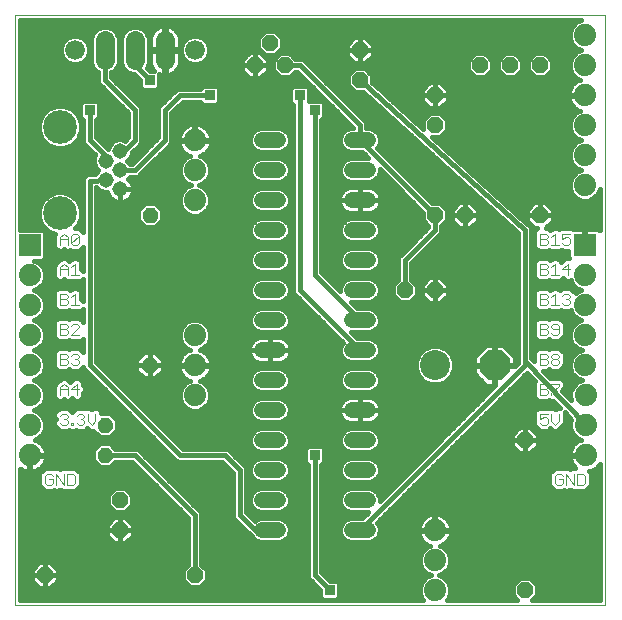
<source format=gbl>
G75*
%MOIN*%
%OFA0B0*%
%FSLAX25Y25*%
%IPPOS*%
%LPD*%
%AMOC8*
5,1,8,0,0,1.08239X$1,22.5*
%
%ADD10C,0.00000*%
%ADD11C,0.00300*%
%ADD12C,0.07400*%
%ADD13C,0.10000*%
%ADD14OC8,0.10000*%
%ADD15OC8,0.05200*%
%ADD16C,0.01040*%
%ADD17R,0.07400X0.07400*%
%ADD18R,0.07400X0.07400*%
%ADD19C,0.05200*%
%ADD20C,0.06496*%
%ADD21C,0.06600*%
%ADD22C,0.05150*%
%ADD23C,0.11220*%
%ADD24C,0.01600*%
%ADD25R,0.03562X0.03562*%
D10*
X0001800Y0003300D02*
X0001800Y0200150D01*
X0198650Y0200150D01*
X0198650Y0003300D01*
X0001800Y0003300D01*
D11*
X0012567Y0043450D02*
X0011950Y0044067D01*
X0011950Y0046536D01*
X0012567Y0047153D01*
X0013802Y0047153D01*
X0014419Y0046536D01*
X0014419Y0045302D02*
X0013184Y0045302D01*
X0014419Y0045302D02*
X0014419Y0044067D01*
X0013802Y0043450D01*
X0012567Y0043450D01*
X0015633Y0043450D02*
X0015633Y0047153D01*
X0018102Y0043450D01*
X0018102Y0047153D01*
X0019316Y0047153D02*
X0021168Y0047153D01*
X0021785Y0046536D01*
X0021785Y0044067D01*
X0021168Y0043450D01*
X0019316Y0043450D01*
X0019316Y0047153D01*
X0018802Y0063450D02*
X0017567Y0063450D01*
X0016950Y0064067D01*
X0018184Y0065302D02*
X0018802Y0065302D01*
X0019419Y0064684D01*
X0019419Y0064067D01*
X0018802Y0063450D01*
X0020633Y0063450D02*
X0021250Y0063450D01*
X0021250Y0064067D01*
X0020633Y0064067D01*
X0020633Y0063450D01*
X0022475Y0064067D02*
X0023092Y0063450D01*
X0024326Y0063450D01*
X0024943Y0064067D01*
X0024943Y0064684D01*
X0024326Y0065302D01*
X0023709Y0065302D01*
X0024326Y0065302D02*
X0024943Y0065919D01*
X0024943Y0066536D01*
X0024326Y0067153D01*
X0023092Y0067153D01*
X0022475Y0066536D01*
X0019419Y0066536D02*
X0019419Y0065919D01*
X0018802Y0065302D01*
X0019419Y0066536D02*
X0018802Y0067153D01*
X0017567Y0067153D01*
X0016950Y0066536D01*
X0016950Y0073450D02*
X0016950Y0075919D01*
X0018184Y0077153D01*
X0019419Y0075919D01*
X0019419Y0073450D01*
X0019419Y0075302D02*
X0016950Y0075302D01*
X0020633Y0075302D02*
X0023102Y0075302D01*
X0022485Y0077153D02*
X0022485Y0073450D01*
X0020633Y0075302D02*
X0022485Y0077153D01*
X0022485Y0083450D02*
X0021250Y0083450D01*
X0020633Y0084067D01*
X0019419Y0084067D02*
X0019419Y0084684D01*
X0018802Y0085302D01*
X0016950Y0085302D01*
X0016950Y0087153D02*
X0016950Y0083450D01*
X0018802Y0083450D01*
X0019419Y0084067D01*
X0018802Y0085302D02*
X0019419Y0085919D01*
X0019419Y0086536D01*
X0018802Y0087153D01*
X0016950Y0087153D01*
X0020633Y0086536D02*
X0021250Y0087153D01*
X0022485Y0087153D01*
X0023102Y0086536D01*
X0023102Y0085919D01*
X0022485Y0085302D01*
X0023102Y0084684D01*
X0023102Y0084067D01*
X0022485Y0083450D01*
X0022485Y0085302D02*
X0021868Y0085302D01*
X0023102Y0093450D02*
X0020633Y0093450D01*
X0023102Y0095919D01*
X0023102Y0096536D01*
X0022485Y0097153D01*
X0021250Y0097153D01*
X0020633Y0096536D01*
X0019419Y0096536D02*
X0018802Y0097153D01*
X0016950Y0097153D01*
X0016950Y0093450D01*
X0018802Y0093450D01*
X0019419Y0094067D01*
X0019419Y0094684D01*
X0018802Y0095302D01*
X0016950Y0095302D01*
X0018802Y0095302D02*
X0019419Y0095919D01*
X0019419Y0096536D01*
X0018802Y0103450D02*
X0016950Y0103450D01*
X0016950Y0107153D01*
X0018802Y0107153D01*
X0019419Y0106536D01*
X0019419Y0105919D01*
X0018802Y0105302D01*
X0016950Y0105302D01*
X0018802Y0105302D02*
X0019419Y0104684D01*
X0019419Y0104067D01*
X0018802Y0103450D01*
X0020633Y0103450D02*
X0023102Y0103450D01*
X0021868Y0103450D02*
X0021868Y0107153D01*
X0020633Y0105919D01*
X0020633Y0113450D02*
X0023102Y0113450D01*
X0021868Y0113450D02*
X0021868Y0117153D01*
X0020633Y0115919D01*
X0019419Y0115919D02*
X0019419Y0113450D01*
X0019419Y0115302D02*
X0016950Y0115302D01*
X0016950Y0115919D02*
X0018184Y0117153D01*
X0019419Y0115919D01*
X0016950Y0115919D02*
X0016950Y0113450D01*
X0016950Y0123450D02*
X0016950Y0125919D01*
X0018184Y0127153D01*
X0019419Y0125919D01*
X0019419Y0123450D01*
X0020633Y0124067D02*
X0020633Y0126536D01*
X0021250Y0127153D01*
X0022485Y0127153D01*
X0023102Y0126536D01*
X0020633Y0124067D01*
X0021250Y0123450D01*
X0022485Y0123450D01*
X0023102Y0124067D01*
X0023102Y0126536D01*
X0019419Y0125302D02*
X0016950Y0125302D01*
X0026158Y0067153D02*
X0026158Y0064684D01*
X0027392Y0063450D01*
X0028627Y0064684D01*
X0028627Y0067153D01*
X0176950Y0067153D02*
X0176950Y0065302D01*
X0178184Y0065919D01*
X0178802Y0065919D01*
X0179419Y0065302D01*
X0179419Y0064067D01*
X0178802Y0063450D01*
X0177567Y0063450D01*
X0176950Y0064067D01*
X0176950Y0067153D02*
X0179419Y0067153D01*
X0180633Y0067153D02*
X0180633Y0064684D01*
X0181868Y0063450D01*
X0183102Y0064684D01*
X0183102Y0067153D01*
X0180633Y0073450D02*
X0180633Y0074067D01*
X0183102Y0076536D01*
X0183102Y0077153D01*
X0180633Y0077153D01*
X0179419Y0076536D02*
X0179419Y0075919D01*
X0178802Y0075302D01*
X0176950Y0075302D01*
X0176950Y0077153D02*
X0176950Y0073450D01*
X0178802Y0073450D01*
X0179419Y0074067D01*
X0179419Y0074684D01*
X0178802Y0075302D01*
X0179419Y0076536D02*
X0178802Y0077153D01*
X0176950Y0077153D01*
X0176950Y0083450D02*
X0178802Y0083450D01*
X0179419Y0084067D01*
X0179419Y0084684D01*
X0178802Y0085302D01*
X0176950Y0085302D01*
X0176950Y0087153D02*
X0176950Y0083450D01*
X0178802Y0085302D02*
X0179419Y0085919D01*
X0179419Y0086536D01*
X0178802Y0087153D01*
X0176950Y0087153D01*
X0180633Y0086536D02*
X0180633Y0085919D01*
X0181250Y0085302D01*
X0182485Y0085302D01*
X0183102Y0084684D01*
X0183102Y0084067D01*
X0182485Y0083450D01*
X0181250Y0083450D01*
X0180633Y0084067D01*
X0180633Y0084684D01*
X0181250Y0085302D01*
X0182485Y0085302D02*
X0183102Y0085919D01*
X0183102Y0086536D01*
X0182485Y0087153D01*
X0181250Y0087153D01*
X0180633Y0086536D01*
X0181250Y0093450D02*
X0182485Y0093450D01*
X0183102Y0094067D01*
X0183102Y0096536D01*
X0182485Y0097153D01*
X0181250Y0097153D01*
X0180633Y0096536D01*
X0180633Y0095919D01*
X0181250Y0095302D01*
X0183102Y0095302D01*
X0181250Y0093450D02*
X0180633Y0094067D01*
X0179419Y0094067D02*
X0179419Y0094684D01*
X0178802Y0095302D01*
X0176950Y0095302D01*
X0176950Y0097153D02*
X0176950Y0093450D01*
X0178802Y0093450D01*
X0179419Y0094067D01*
X0178802Y0095302D02*
X0179419Y0095919D01*
X0179419Y0096536D01*
X0178802Y0097153D01*
X0176950Y0097153D01*
X0176950Y0103450D02*
X0178802Y0103450D01*
X0179419Y0104067D01*
X0179419Y0104684D01*
X0178802Y0105302D01*
X0176950Y0105302D01*
X0176950Y0107153D02*
X0176950Y0103450D01*
X0178802Y0105302D02*
X0179419Y0105919D01*
X0179419Y0106536D01*
X0178802Y0107153D01*
X0176950Y0107153D01*
X0180633Y0105919D02*
X0181868Y0107153D01*
X0181868Y0103450D01*
X0183102Y0103450D02*
X0180633Y0103450D01*
X0184316Y0104067D02*
X0184933Y0103450D01*
X0186168Y0103450D01*
X0186785Y0104067D01*
X0186785Y0104684D01*
X0186168Y0105302D01*
X0185551Y0105302D01*
X0186168Y0105302D02*
X0186785Y0105919D01*
X0186785Y0106536D01*
X0186168Y0107153D01*
X0184933Y0107153D01*
X0184316Y0106536D01*
X0183102Y0113450D02*
X0180633Y0113450D01*
X0181868Y0113450D02*
X0181868Y0117153D01*
X0180633Y0115919D01*
X0179419Y0115919D02*
X0178802Y0115302D01*
X0176950Y0115302D01*
X0176950Y0117153D02*
X0176950Y0113450D01*
X0178802Y0113450D01*
X0179419Y0114067D01*
X0179419Y0114684D01*
X0178802Y0115302D01*
X0179419Y0115919D02*
X0179419Y0116536D01*
X0178802Y0117153D01*
X0176950Y0117153D01*
X0176950Y0123450D02*
X0178802Y0123450D01*
X0179419Y0124067D01*
X0179419Y0124684D01*
X0178802Y0125302D01*
X0176950Y0125302D01*
X0176950Y0127153D02*
X0176950Y0123450D01*
X0178802Y0125302D02*
X0179419Y0125919D01*
X0179419Y0126536D01*
X0178802Y0127153D01*
X0176950Y0127153D01*
X0180633Y0125919D02*
X0181868Y0127153D01*
X0181868Y0123450D01*
X0183102Y0123450D02*
X0180633Y0123450D01*
X0184316Y0124067D02*
X0184933Y0123450D01*
X0186168Y0123450D01*
X0186785Y0124067D01*
X0186785Y0125302D01*
X0186168Y0125919D01*
X0185551Y0125919D01*
X0184316Y0125302D01*
X0184316Y0127153D01*
X0186785Y0127153D01*
X0186168Y0117153D02*
X0184316Y0115302D01*
X0186785Y0115302D01*
X0186168Y0117153D02*
X0186168Y0113450D01*
X0185633Y0047153D02*
X0188102Y0043450D01*
X0188102Y0047153D01*
X0189316Y0047153D02*
X0191168Y0047153D01*
X0191785Y0046536D01*
X0191785Y0044067D01*
X0191168Y0043450D01*
X0189316Y0043450D01*
X0189316Y0047153D01*
X0185633Y0047153D02*
X0185633Y0043450D01*
X0184419Y0044067D02*
X0184419Y0045302D01*
X0183184Y0045302D01*
X0181950Y0046536D02*
X0181950Y0044067D01*
X0182567Y0043450D01*
X0183802Y0043450D01*
X0184419Y0044067D01*
X0184419Y0046536D02*
X0183802Y0047153D01*
X0182567Y0047153D01*
X0181950Y0046536D01*
D12*
X0192167Y0053301D03*
X0192114Y0063301D03*
X0192062Y0073301D03*
X0192009Y0083301D03*
X0191957Y0093300D03*
X0191905Y0103300D03*
X0191852Y0113300D03*
X0191800Y0143300D03*
X0191800Y0153300D03*
X0191800Y0163300D03*
X0191800Y0173300D03*
X0191800Y0183300D03*
X0191800Y0193300D03*
X0061800Y0158300D03*
X0061800Y0148300D03*
X0061800Y0138300D03*
X0061800Y0093300D03*
X0061800Y0083300D03*
X0061800Y0073300D03*
X0006800Y0073300D03*
X0006800Y0063300D03*
X0006800Y0053300D03*
X0006800Y0083300D03*
X0006800Y0093300D03*
X0006800Y0103300D03*
X0006800Y0113300D03*
X0141800Y0028300D03*
X0141800Y0018300D03*
X0141800Y0008300D03*
D13*
X0141800Y0083300D03*
D14*
X0161800Y0083300D03*
D15*
X0141800Y0108300D03*
X0131800Y0108300D03*
X0141800Y0133300D03*
X0151800Y0133300D03*
X0176800Y0133300D03*
X0141800Y0163300D03*
X0141800Y0173300D03*
X0156800Y0183300D03*
X0166800Y0183300D03*
X0176800Y0183300D03*
X0116800Y0178300D03*
X0116800Y0188300D03*
X0091800Y0183300D03*
X0086800Y0190800D03*
X0081800Y0183300D03*
X0171800Y0058300D03*
X0171800Y0008300D03*
X0061800Y0013300D03*
X0036800Y0028300D03*
X0036800Y0038300D03*
X0011800Y0013300D03*
D16*
X0031447Y0051742D02*
X0030927Y0051222D01*
X0029710Y0052443D01*
X0029713Y0054164D01*
X0030934Y0055381D01*
X0032655Y0055378D01*
X0033872Y0054157D01*
X0033869Y0052436D01*
X0032648Y0051219D01*
X0030927Y0051222D01*
X0031251Y0052001D01*
X0030491Y0052765D01*
X0030492Y0053840D01*
X0031256Y0054600D01*
X0032331Y0054599D01*
X0033091Y0053835D01*
X0033090Y0052760D01*
X0032326Y0052000D01*
X0031251Y0052001D01*
X0031576Y0052781D01*
X0031271Y0053086D01*
X0031272Y0053515D01*
X0031577Y0053820D01*
X0032006Y0053819D01*
X0032311Y0053514D01*
X0032310Y0053085D01*
X0032005Y0052780D01*
X0031576Y0052781D01*
X0031465Y0061742D02*
X0030945Y0061222D01*
X0029728Y0062443D01*
X0029731Y0064164D01*
X0030952Y0065381D01*
X0032673Y0065378D01*
X0033890Y0064157D01*
X0033887Y0062436D01*
X0032666Y0061219D01*
X0030945Y0061222D01*
X0031269Y0062001D01*
X0030509Y0062765D01*
X0030510Y0063840D01*
X0031274Y0064600D01*
X0032349Y0064599D01*
X0033109Y0063835D01*
X0033108Y0062760D01*
X0032344Y0062000D01*
X0031269Y0062001D01*
X0031594Y0062781D01*
X0031289Y0063086D01*
X0031290Y0063515D01*
X0031595Y0063820D01*
X0032024Y0063819D01*
X0032329Y0063514D01*
X0032328Y0063085D01*
X0032023Y0062780D01*
X0031594Y0062781D01*
X0047100Y0084858D02*
X0047620Y0085378D01*
X0048837Y0084157D01*
X0048834Y0082436D01*
X0047613Y0081219D01*
X0045892Y0081222D01*
X0044675Y0082443D01*
X0044678Y0084164D01*
X0045899Y0085381D01*
X0047620Y0085378D01*
X0047296Y0084599D01*
X0048056Y0083835D01*
X0048055Y0082760D01*
X0047291Y0082000D01*
X0046216Y0082001D01*
X0045456Y0082765D01*
X0045457Y0083840D01*
X0046221Y0084600D01*
X0047296Y0084599D01*
X0046971Y0083819D01*
X0047276Y0083514D01*
X0047275Y0083085D01*
X0046970Y0082780D01*
X0046541Y0082781D01*
X0046236Y0083086D01*
X0046237Y0083515D01*
X0046542Y0083820D01*
X0046971Y0083819D01*
X0047188Y0134858D02*
X0047708Y0135378D01*
X0048925Y0134157D01*
X0048922Y0132436D01*
X0047701Y0131219D01*
X0045980Y0131222D01*
X0044763Y0132443D01*
X0044766Y0134164D01*
X0045987Y0135381D01*
X0047708Y0135378D01*
X0047384Y0134599D01*
X0048144Y0133835D01*
X0048143Y0132760D01*
X0047379Y0132000D01*
X0046304Y0132001D01*
X0045544Y0132765D01*
X0045545Y0133840D01*
X0046309Y0134600D01*
X0047384Y0134599D01*
X0047059Y0133819D01*
X0047364Y0133514D01*
X0047363Y0133085D01*
X0047058Y0132780D01*
X0046629Y0132781D01*
X0046324Y0133086D01*
X0046325Y0133515D01*
X0046630Y0133820D01*
X0047059Y0133819D01*
D17*
X0006800Y0123300D03*
D18*
G36*
X0195519Y0119620D02*
X0188120Y0119581D01*
X0188081Y0126980D01*
X0195480Y0127019D01*
X0195519Y0119620D01*
G37*
D19*
X0119400Y0118300D02*
X0114200Y0118300D01*
X0114200Y0108300D02*
X0119400Y0108300D01*
X0119400Y0098300D02*
X0114200Y0098300D01*
X0114200Y0088300D02*
X0119400Y0088300D01*
X0119400Y0078300D02*
X0114200Y0078300D01*
X0114200Y0068300D02*
X0119400Y0068300D01*
X0119400Y0058300D02*
X0114200Y0058300D01*
X0114200Y0048300D02*
X0119400Y0048300D01*
X0119400Y0038300D02*
X0114200Y0038300D01*
X0114200Y0028300D02*
X0119400Y0028300D01*
X0089400Y0028300D02*
X0084200Y0028300D01*
X0084200Y0038300D02*
X0089400Y0038300D01*
X0089400Y0048300D02*
X0084200Y0048300D01*
X0084200Y0058300D02*
X0089400Y0058300D01*
X0089400Y0068300D02*
X0084200Y0068300D01*
X0084200Y0078300D02*
X0089400Y0078300D01*
X0089400Y0088300D02*
X0084200Y0088300D01*
X0084200Y0098300D02*
X0089400Y0098300D01*
X0089400Y0108300D02*
X0084200Y0108300D01*
X0084200Y0118300D02*
X0089400Y0118300D01*
X0089400Y0128300D02*
X0084200Y0128300D01*
X0084200Y0138300D02*
X0089400Y0138300D01*
X0089400Y0148300D02*
X0084200Y0148300D01*
X0084200Y0158300D02*
X0089400Y0158300D01*
X0114200Y0158300D02*
X0119400Y0158300D01*
X0119400Y0148300D02*
X0114200Y0148300D01*
X0114200Y0138300D02*
X0119400Y0138300D01*
X0119400Y0128300D02*
X0114200Y0128300D01*
D20*
X0051800Y0185052D02*
X0051800Y0191548D01*
X0041800Y0191548D02*
X0041800Y0185052D01*
X0031800Y0185052D02*
X0031800Y0191548D01*
D21*
X0021800Y0188300D03*
X0061800Y0188300D03*
D22*
X0036879Y0154599D03*
X0032154Y0151450D03*
X0036879Y0148300D03*
X0032154Y0145150D03*
X0036879Y0142001D03*
D23*
X0016800Y0133930D03*
X0016800Y0162670D03*
D24*
X0023263Y0159954D02*
X0024600Y0159954D01*
X0023810Y0161276D02*
X0022743Y0158699D01*
X0020771Y0156727D01*
X0018194Y0155660D01*
X0015406Y0155660D01*
X0012829Y0156727D01*
X0010857Y0158699D01*
X0009790Y0161276D01*
X0009790Y0164064D01*
X0010857Y0166641D01*
X0012829Y0168613D01*
X0015406Y0169680D01*
X0018194Y0169680D01*
X0020771Y0168613D01*
X0022743Y0166641D01*
X0023810Y0164064D01*
X0023810Y0161276D01*
X0023810Y0161553D02*
X0024600Y0161553D01*
X0024600Y0163151D02*
X0023810Y0163151D01*
X0023526Y0164750D02*
X0024600Y0164750D01*
X0024600Y0165119D02*
X0024600Y0157389D01*
X0025889Y0156100D01*
X0028639Y0153350D01*
X0028180Y0152240D01*
X0028180Y0150659D01*
X0028785Y0149198D01*
X0029683Y0148300D01*
X0028785Y0147402D01*
X0028670Y0147125D01*
X0026727Y0146996D01*
X0025889Y0146996D01*
X0025829Y0146937D01*
X0025745Y0146931D01*
X0025193Y0146300D01*
X0024600Y0145707D01*
X0024600Y0145623D01*
X0024545Y0145560D01*
X0024600Y0144723D01*
X0024600Y0127796D01*
X0023910Y0128486D01*
X0023910Y0128486D01*
X0023292Y0129103D01*
X0022058Y0129103D01*
X0022058Y0129103D01*
X0021887Y0129103D01*
X0022743Y0129959D01*
X0023810Y0132535D01*
X0023810Y0135324D01*
X0022743Y0137901D01*
X0020771Y0139873D01*
X0018194Y0140940D01*
X0015406Y0140940D01*
X0012829Y0139873D01*
X0010857Y0137901D01*
X0009790Y0135324D01*
X0009790Y0132535D01*
X0010857Y0129959D01*
X0012829Y0127987D01*
X0015255Y0126982D01*
X0015000Y0126726D01*
X0015000Y0122642D01*
X0016142Y0121500D01*
X0017758Y0121500D01*
X0018184Y0121927D01*
X0018611Y0121500D01*
X0020226Y0121500D01*
X0020335Y0121608D01*
X0020443Y0121500D01*
X0022493Y0121500D01*
X0023292Y0121500D01*
X0023292Y0121500D01*
X0023292Y0121500D01*
X0023910Y0122117D01*
X0024600Y0122808D01*
X0024600Y0114710D01*
X0023910Y0115400D01*
X0023818Y0115400D01*
X0023818Y0117961D01*
X0022675Y0119103D01*
X0021060Y0119103D01*
X0020026Y0118069D01*
X0018992Y0119103D01*
X0017377Y0119103D01*
X0016234Y0117961D01*
X0015000Y0116726D01*
X0015000Y0112642D01*
X0016142Y0111500D01*
X0017758Y0111500D01*
X0018184Y0111927D01*
X0018611Y0111500D01*
X0023910Y0111500D01*
X0024600Y0112190D01*
X0024600Y0104710D01*
X0023910Y0105400D01*
X0023818Y0105400D01*
X0023818Y0107961D01*
X0022675Y0109103D01*
X0021060Y0109103D01*
X0020335Y0108378D01*
X0020226Y0108486D01*
X0019609Y0109103D01*
X0016142Y0109103D01*
X0015000Y0107961D01*
X0015000Y0102642D01*
X0016142Y0101500D01*
X0018810Y0101500D01*
X0019609Y0101500D01*
X0019609Y0101500D01*
X0019609Y0101500D01*
X0019717Y0101608D01*
X0019825Y0101500D01*
X0023910Y0101500D01*
X0024600Y0102190D01*
X0024600Y0097796D01*
X0024435Y0097961D01*
X0023292Y0099103D01*
X0022058Y0099103D01*
X0022058Y0099103D01*
X0021242Y0099103D01*
X0020443Y0099103D01*
X0020430Y0099090D01*
X0020026Y0098686D01*
X0019609Y0099103D01*
X0016142Y0099103D01*
X0015000Y0097961D01*
X0015000Y0092642D01*
X0016142Y0091500D01*
X0018810Y0091500D01*
X0019609Y0091500D01*
X0019609Y0091500D01*
X0019609Y0091500D01*
X0019717Y0091608D01*
X0019825Y0091500D01*
X0023910Y0091500D01*
X0024600Y0092190D01*
X0024600Y0087796D01*
X0023910Y0088486D01*
X0023292Y0089103D01*
X0022058Y0089103D01*
X0022058Y0089103D01*
X0021259Y0089103D01*
X0020443Y0089103D01*
X0020026Y0088686D01*
X0019609Y0089103D01*
X0016142Y0089103D01*
X0015000Y0087961D01*
X0015000Y0082642D01*
X0016142Y0081500D01*
X0018810Y0081500D01*
X0019609Y0081500D01*
X0019609Y0081500D01*
X0019609Y0081500D01*
X0020026Y0081917D01*
X0020443Y0081500D01*
X0022493Y0081500D01*
X0023292Y0081500D01*
X0023292Y0081500D01*
X0023292Y0081500D01*
X0023910Y0082117D01*
X0024600Y0082808D01*
X0024600Y0082389D01*
X0054600Y0052389D01*
X0055889Y0051100D01*
X0070889Y0051100D01*
X0074600Y0047389D01*
X0074600Y0032389D01*
X0079600Y0027389D01*
X0080706Y0026283D01*
X0080809Y0026034D01*
X0081934Y0024909D01*
X0083404Y0024300D01*
X0090196Y0024300D01*
X0091666Y0024909D01*
X0092791Y0026034D01*
X0093400Y0027504D01*
X0093400Y0029096D01*
X0092791Y0030566D01*
X0091666Y0031691D01*
X0090196Y0032300D01*
X0083404Y0032300D01*
X0081934Y0031691D01*
X0081727Y0031484D01*
X0079000Y0034211D01*
X0079000Y0049211D01*
X0077711Y0050500D01*
X0072711Y0055500D01*
X0057711Y0055500D01*
X0029000Y0084211D01*
X0029000Y0142684D01*
X0029903Y0141781D01*
X0031364Y0141176D01*
X0032580Y0141176D01*
X0032612Y0140976D01*
X0032824Y0140321D01*
X0033137Y0139708D01*
X0033542Y0139151D01*
X0034029Y0138664D01*
X0034586Y0138259D01*
X0035199Y0137946D01*
X0035854Y0137734D01*
X0036534Y0137626D01*
X0036879Y0137626D01*
X0037223Y0137626D01*
X0037903Y0137734D01*
X0038558Y0137946D01*
X0039172Y0138259D01*
X0039729Y0138664D01*
X0040216Y0139151D01*
X0040620Y0139708D01*
X0040933Y0140321D01*
X0041146Y0140976D01*
X0041254Y0141656D01*
X0041254Y0142001D01*
X0041254Y0142345D01*
X0041146Y0143025D01*
X0040933Y0143680D01*
X0040620Y0144294D01*
X0040216Y0144851D01*
X0039729Y0145338D01*
X0039618Y0145418D01*
X0040248Y0146048D01*
X0040270Y0146100D01*
X0042711Y0146100D01*
X0044000Y0147389D01*
X0052711Y0156100D01*
X0052711Y0156100D01*
X0054000Y0157389D01*
X0054000Y0167389D01*
X0057711Y0171100D01*
X0063619Y0171100D01*
X0063619Y0170939D01*
X0064439Y0170119D01*
X0069161Y0170119D01*
X0069981Y0170939D01*
X0069981Y0175661D01*
X0069161Y0176481D01*
X0064439Y0176481D01*
X0063619Y0175661D01*
X0063619Y0175500D01*
X0055889Y0175500D01*
X0054600Y0174211D01*
X0049600Y0169211D01*
X0049600Y0159211D01*
X0040889Y0150500D01*
X0040270Y0150500D01*
X0040248Y0150552D01*
X0039350Y0151450D01*
X0040248Y0152348D01*
X0040854Y0153809D01*
X0040854Y0154242D01*
X0042711Y0156100D01*
X0044000Y0157389D01*
X0044000Y0169211D01*
X0034000Y0179211D01*
X0034000Y0180932D01*
X0034433Y0181112D01*
X0035740Y0182419D01*
X0036448Y0184127D01*
X0036448Y0192473D01*
X0035740Y0194181D01*
X0034433Y0195488D01*
X0032725Y0196196D01*
X0030875Y0196196D01*
X0029167Y0195488D01*
X0027860Y0194181D01*
X0027152Y0192473D01*
X0027152Y0184127D01*
X0027860Y0182419D01*
X0029167Y0181112D01*
X0029600Y0180932D01*
X0029600Y0177389D01*
X0030889Y0176100D01*
X0039600Y0167389D01*
X0039600Y0159211D01*
X0038584Y0158195D01*
X0037669Y0158574D01*
X0036088Y0158574D01*
X0034627Y0157969D01*
X0033509Y0156851D01*
X0032918Y0155424D01*
X0032787Y0155424D01*
X0029000Y0159211D01*
X0029000Y0165119D01*
X0029161Y0165119D01*
X0029981Y0165939D01*
X0029981Y0170661D01*
X0029161Y0171481D01*
X0024439Y0171481D01*
X0023619Y0170661D01*
X0023619Y0165939D01*
X0024439Y0165119D01*
X0024600Y0165119D01*
X0023619Y0166348D02*
X0022864Y0166348D01*
X0023619Y0167947D02*
X0021437Y0167947D01*
X0023619Y0169545D02*
X0018521Y0169545D01*
X0015079Y0169545D02*
X0003600Y0169545D01*
X0003600Y0167947D02*
X0012163Y0167947D01*
X0010736Y0166348D02*
X0003600Y0166348D01*
X0003600Y0164750D02*
X0010074Y0164750D01*
X0009790Y0163151D02*
X0003600Y0163151D01*
X0003600Y0161553D02*
X0009790Y0161553D01*
X0010337Y0159954D02*
X0003600Y0159954D01*
X0003600Y0158356D02*
X0011201Y0158356D01*
X0012799Y0156757D02*
X0003600Y0156757D01*
X0003600Y0155159D02*
X0026830Y0155159D01*
X0025232Y0156757D02*
X0020801Y0156757D01*
X0022399Y0158356D02*
X0024600Y0158356D01*
X0026800Y0158300D02*
X0026800Y0168300D01*
X0029981Y0167947D02*
X0039042Y0167947D01*
X0039600Y0166348D02*
X0029981Y0166348D01*
X0029000Y0164750D02*
X0039600Y0164750D01*
X0039600Y0163151D02*
X0029000Y0163151D01*
X0029000Y0161553D02*
X0039600Y0161553D01*
X0039600Y0159954D02*
X0029000Y0159954D01*
X0029856Y0158356D02*
X0035561Y0158356D01*
X0033470Y0156757D02*
X0031454Y0156757D01*
X0032154Y0152946D02*
X0026800Y0158300D01*
X0028429Y0153560D02*
X0003600Y0153560D01*
X0003600Y0151962D02*
X0028180Y0151962D01*
X0028302Y0150363D02*
X0003600Y0150363D01*
X0003600Y0148765D02*
X0029218Y0148765D01*
X0028687Y0147166D02*
X0003600Y0147166D01*
X0003600Y0145568D02*
X0024551Y0145568D01*
X0024600Y0143969D02*
X0003600Y0143969D01*
X0003600Y0142370D02*
X0024600Y0142370D01*
X0024600Y0140772D02*
X0018600Y0140772D01*
X0021470Y0139173D02*
X0024600Y0139173D01*
X0024600Y0137575D02*
X0022878Y0137575D01*
X0023540Y0135976D02*
X0024600Y0135976D01*
X0024600Y0134378D02*
X0023810Y0134378D01*
X0023810Y0132779D02*
X0024600Y0132779D01*
X0024600Y0131181D02*
X0023249Y0131181D01*
X0022366Y0129582D02*
X0024600Y0129582D01*
X0024600Y0127984D02*
X0024412Y0127984D01*
X0029000Y0127984D02*
X0080200Y0127984D01*
X0080200Y0127504D02*
X0080809Y0126034D01*
X0081934Y0124909D01*
X0083404Y0124300D01*
X0090196Y0124300D01*
X0091666Y0124909D01*
X0092791Y0126034D01*
X0093400Y0127504D01*
X0093400Y0129096D01*
X0092791Y0130566D01*
X0091666Y0131691D01*
X0090196Y0132300D01*
X0083404Y0132300D01*
X0081934Y0131691D01*
X0080809Y0130566D01*
X0080200Y0129096D01*
X0080200Y0127504D01*
X0080663Y0126385D02*
X0029000Y0126385D01*
X0029000Y0124787D02*
X0082229Y0124787D01*
X0083404Y0122300D02*
X0081934Y0121691D01*
X0080809Y0120566D01*
X0080200Y0119096D01*
X0080200Y0117504D01*
X0080809Y0116034D01*
X0081934Y0114909D01*
X0083404Y0114300D01*
X0090196Y0114300D01*
X0091666Y0114909D01*
X0092791Y0116034D01*
X0093400Y0117504D01*
X0093400Y0119096D01*
X0092791Y0120566D01*
X0091666Y0121691D01*
X0090196Y0122300D01*
X0083404Y0122300D01*
X0081833Y0121590D02*
X0029000Y0121590D01*
X0029000Y0123188D02*
X0094600Y0123188D01*
X0094600Y0121590D02*
X0091767Y0121590D01*
X0093029Y0119991D02*
X0094600Y0119991D01*
X0094600Y0118393D02*
X0093400Y0118393D01*
X0093106Y0116794D02*
X0094600Y0116794D01*
X0094600Y0115196D02*
X0091953Y0115196D01*
X0094600Y0113597D02*
X0029000Y0113597D01*
X0029000Y0111999D02*
X0082677Y0111999D01*
X0083404Y0112300D02*
X0081934Y0111691D01*
X0080809Y0110566D01*
X0080200Y0109096D01*
X0080200Y0107504D01*
X0080809Y0106034D01*
X0081934Y0104909D01*
X0083404Y0104300D01*
X0090196Y0104300D01*
X0091666Y0104909D01*
X0092791Y0106034D01*
X0093400Y0107504D01*
X0093400Y0109096D01*
X0092791Y0110566D01*
X0091666Y0111691D01*
X0090196Y0112300D01*
X0083404Y0112300D01*
X0080740Y0110400D02*
X0029000Y0110400D01*
X0029000Y0108802D02*
X0080200Y0108802D01*
X0080325Y0107203D02*
X0029000Y0107203D01*
X0029000Y0105605D02*
X0081238Y0105605D01*
X0083404Y0102300D02*
X0081934Y0101691D01*
X0080809Y0100566D01*
X0080200Y0099096D01*
X0080200Y0097504D01*
X0080809Y0096034D01*
X0081934Y0094909D01*
X0083404Y0094300D01*
X0090196Y0094300D01*
X0091666Y0094909D01*
X0092791Y0096034D01*
X0093400Y0097504D01*
X0093400Y0099096D01*
X0092791Y0100566D01*
X0091666Y0101691D01*
X0090196Y0102300D01*
X0083404Y0102300D01*
X0081052Y0100809D02*
X0029000Y0100809D01*
X0029000Y0099211D02*
X0080248Y0099211D01*
X0080200Y0097612D02*
X0064700Y0097612D01*
X0064689Y0097624D02*
X0062814Y0098400D01*
X0060786Y0098400D01*
X0058911Y0097624D01*
X0057476Y0096189D01*
X0056700Y0094314D01*
X0056700Y0092286D01*
X0057476Y0090411D01*
X0058911Y0088976D01*
X0060037Y0088510D01*
X0059689Y0088397D01*
X0058917Y0088004D01*
X0058217Y0087495D01*
X0057605Y0086883D01*
X0057096Y0086183D01*
X0056703Y0085411D01*
X0056435Y0084588D01*
X0056300Y0083733D01*
X0056300Y0083500D01*
X0061600Y0083500D01*
X0061600Y0083100D01*
X0056300Y0083100D01*
X0056300Y0082867D01*
X0056435Y0082012D01*
X0056703Y0081189D01*
X0057096Y0080417D01*
X0057605Y0079717D01*
X0058217Y0079105D01*
X0058917Y0078596D01*
X0059689Y0078203D01*
X0060037Y0078090D01*
X0058911Y0077624D01*
X0057476Y0076189D01*
X0056700Y0074314D01*
X0056700Y0072286D01*
X0057476Y0070411D01*
X0058911Y0068976D01*
X0060786Y0068200D01*
X0062814Y0068200D01*
X0064689Y0068976D01*
X0066124Y0070411D01*
X0066900Y0072286D01*
X0066900Y0074314D01*
X0066124Y0076189D01*
X0064689Y0077624D01*
X0063563Y0078090D01*
X0063911Y0078203D01*
X0064683Y0078596D01*
X0065383Y0079105D01*
X0065995Y0079717D01*
X0066504Y0080417D01*
X0066897Y0081189D01*
X0067165Y0082012D01*
X0067300Y0082867D01*
X0067300Y0083100D01*
X0062000Y0083100D01*
X0062000Y0083500D01*
X0067300Y0083500D01*
X0067300Y0083733D01*
X0067165Y0084588D01*
X0066897Y0085411D01*
X0066504Y0086183D01*
X0065995Y0086883D01*
X0065383Y0087495D01*
X0064683Y0088004D01*
X0063911Y0088397D01*
X0063563Y0088510D01*
X0064689Y0088976D01*
X0066124Y0090411D01*
X0066900Y0092286D01*
X0066900Y0094314D01*
X0066124Y0096189D01*
X0064689Y0097624D01*
X0066196Y0096014D02*
X0080829Y0096014D01*
X0083126Y0094415D02*
X0066858Y0094415D01*
X0066900Y0092817D02*
X0109172Y0092817D01*
X0107574Y0094415D02*
X0090474Y0094415D01*
X0090430Y0092592D02*
X0089746Y0092700D01*
X0086800Y0092700D01*
X0086800Y0088300D01*
X0086800Y0088300D01*
X0093800Y0088300D01*
X0093800Y0088646D01*
X0093692Y0089330D01*
X0093478Y0089989D01*
X0093163Y0090606D01*
X0092756Y0091166D01*
X0092266Y0091656D01*
X0091706Y0092063D01*
X0091089Y0092378D01*
X0090430Y0092592D01*
X0092704Y0091218D02*
X0110771Y0091218D01*
X0111116Y0090873D02*
X0110809Y0090566D01*
X0110200Y0089096D01*
X0110200Y0087504D01*
X0110809Y0086034D01*
X0111934Y0084909D01*
X0113404Y0084300D01*
X0120196Y0084300D01*
X0121666Y0084909D01*
X0122791Y0086034D01*
X0123400Y0087504D01*
X0123400Y0089096D01*
X0122791Y0090566D01*
X0121666Y0091691D01*
X0120196Y0092300D01*
X0115911Y0092300D01*
X0113911Y0094300D01*
X0120196Y0094300D01*
X0121666Y0094909D01*
X0122791Y0096034D01*
X0123400Y0097504D01*
X0123400Y0099096D01*
X0122791Y0100566D01*
X0121666Y0101691D01*
X0120196Y0102300D01*
X0115911Y0102300D01*
X0113911Y0104300D01*
X0120196Y0104300D01*
X0121666Y0104909D01*
X0122791Y0106034D01*
X0123400Y0107504D01*
X0123400Y0109096D01*
X0122791Y0110566D01*
X0121666Y0111691D01*
X0120196Y0112300D01*
X0113404Y0112300D01*
X0111934Y0111691D01*
X0110809Y0110566D01*
X0110200Y0109096D01*
X0110200Y0108011D01*
X0104000Y0114211D01*
X0104000Y0165119D01*
X0104161Y0165119D01*
X0104981Y0165939D01*
X0104981Y0170661D01*
X0104161Y0171481D01*
X0099981Y0171481D01*
X0099981Y0175661D01*
X0099161Y0176481D01*
X0094439Y0176481D01*
X0093619Y0175661D01*
X0093619Y0170939D01*
X0094439Y0170119D01*
X0094600Y0170119D01*
X0094600Y0107389D01*
X0111116Y0090873D01*
X0110417Y0089620D02*
X0093598Y0089620D01*
X0093800Y0088300D02*
X0086800Y0088300D01*
X0086800Y0088300D01*
X0086800Y0083900D01*
X0089746Y0083900D01*
X0090430Y0084008D01*
X0091089Y0084222D01*
X0091706Y0084537D01*
X0092266Y0084944D01*
X0092756Y0085434D01*
X0093163Y0085994D01*
X0093478Y0086611D01*
X0093692Y0087270D01*
X0093800Y0087954D01*
X0093800Y0088300D01*
X0093800Y0088021D02*
X0110200Y0088021D01*
X0110648Y0086423D02*
X0093382Y0086423D01*
X0092102Y0084824D02*
X0112139Y0084824D01*
X0113404Y0082300D02*
X0111934Y0081691D01*
X0110809Y0080566D01*
X0110200Y0079096D01*
X0110200Y0077504D01*
X0110809Y0076034D01*
X0111934Y0074909D01*
X0113404Y0074300D01*
X0120196Y0074300D01*
X0121666Y0074909D01*
X0122791Y0076034D01*
X0123400Y0077504D01*
X0123400Y0079096D01*
X0122791Y0080566D01*
X0121666Y0081691D01*
X0120196Y0082300D01*
X0113404Y0082300D01*
X0111870Y0081627D02*
X0091730Y0081627D01*
X0091666Y0081691D02*
X0090196Y0082300D01*
X0083404Y0082300D01*
X0081934Y0081691D01*
X0080809Y0080566D01*
X0080200Y0079096D01*
X0080200Y0077504D01*
X0080809Y0076034D01*
X0081934Y0074909D01*
X0083404Y0074300D01*
X0090196Y0074300D01*
X0091666Y0074909D01*
X0092791Y0076034D01*
X0093400Y0077504D01*
X0093400Y0079096D01*
X0092791Y0080566D01*
X0091666Y0081691D01*
X0093014Y0080029D02*
X0110586Y0080029D01*
X0110200Y0078430D02*
X0093400Y0078430D01*
X0093121Y0076832D02*
X0110479Y0076832D01*
X0111610Y0075233D02*
X0091990Y0075233D01*
X0090833Y0072036D02*
X0111856Y0072036D01*
X0111894Y0072063D02*
X0111334Y0071656D01*
X0110844Y0071166D01*
X0110437Y0070606D01*
X0110122Y0069989D01*
X0109908Y0069330D01*
X0109800Y0068646D01*
X0109800Y0068300D01*
X0116800Y0068300D01*
X0116800Y0068300D01*
X0116800Y0072700D01*
X0119746Y0072700D01*
X0120430Y0072592D01*
X0121089Y0072378D01*
X0121706Y0072063D01*
X0122266Y0071656D01*
X0122756Y0071166D01*
X0123163Y0070606D01*
X0123478Y0069989D01*
X0123692Y0069330D01*
X0123800Y0068646D01*
X0123800Y0068300D01*
X0116800Y0068300D01*
X0116800Y0068300D01*
X0116800Y0063900D01*
X0119746Y0063900D01*
X0120430Y0064008D01*
X0121089Y0064222D01*
X0121706Y0064537D01*
X0122266Y0064944D01*
X0122756Y0065434D01*
X0123163Y0065994D01*
X0123478Y0066611D01*
X0123692Y0067270D01*
X0123800Y0067954D01*
X0123800Y0068300D01*
X0116800Y0068300D01*
X0116800Y0068300D01*
X0116800Y0068300D01*
X0116800Y0072700D01*
X0113854Y0072700D01*
X0113170Y0072592D01*
X0112511Y0072378D01*
X0111894Y0072063D01*
X0110351Y0070437D02*
X0092844Y0070437D01*
X0092791Y0070566D02*
X0091666Y0071691D01*
X0090196Y0072300D01*
X0083404Y0072300D01*
X0081934Y0071691D01*
X0080809Y0070566D01*
X0080200Y0069096D01*
X0080200Y0067504D01*
X0080809Y0066034D01*
X0081934Y0064909D01*
X0083404Y0064300D01*
X0090196Y0064300D01*
X0091666Y0064909D01*
X0092791Y0066034D01*
X0093400Y0067504D01*
X0093400Y0069096D01*
X0092791Y0070566D01*
X0093400Y0068839D02*
X0109831Y0068839D01*
X0109800Y0068300D02*
X0109800Y0067954D01*
X0109908Y0067270D01*
X0110122Y0066611D01*
X0110437Y0065994D01*
X0110844Y0065434D01*
X0111334Y0064944D01*
X0111894Y0064537D01*
X0112511Y0064222D01*
X0113170Y0064008D01*
X0113854Y0063900D01*
X0116800Y0063900D01*
X0116800Y0068300D01*
X0109800Y0068300D01*
X0109918Y0067240D02*
X0093291Y0067240D01*
X0092399Y0065642D02*
X0110692Y0065642D01*
X0113062Y0064043D02*
X0049168Y0064043D01*
X0050766Y0062445D02*
X0147834Y0062445D01*
X0149432Y0064043D02*
X0120538Y0064043D01*
X0120196Y0062300D02*
X0121666Y0061691D01*
X0122791Y0060566D01*
X0123400Y0059096D01*
X0123400Y0057504D01*
X0122791Y0056034D01*
X0121666Y0054909D01*
X0120196Y0054300D01*
X0113404Y0054300D01*
X0111934Y0054909D01*
X0110809Y0056034D01*
X0110200Y0057504D01*
X0110200Y0059096D01*
X0110809Y0060566D01*
X0111934Y0061691D01*
X0113404Y0062300D01*
X0120196Y0062300D01*
X0122510Y0060846D02*
X0146235Y0060846D01*
X0144637Y0059248D02*
X0123337Y0059248D01*
X0123400Y0057649D02*
X0143038Y0057649D01*
X0141440Y0056051D02*
X0122798Y0056051D01*
X0120563Y0054452D02*
X0139841Y0054452D01*
X0138243Y0052854D02*
X0104981Y0052854D01*
X0104981Y0054452D02*
X0113037Y0054452D01*
X0113404Y0052300D02*
X0111934Y0051691D01*
X0110809Y0050566D01*
X0110200Y0049096D01*
X0110200Y0047504D01*
X0110809Y0046034D01*
X0111934Y0044909D01*
X0113404Y0044300D01*
X0120196Y0044300D01*
X0121666Y0044909D01*
X0122791Y0046034D01*
X0123400Y0047504D01*
X0123400Y0049096D01*
X0122791Y0050566D01*
X0121666Y0051691D01*
X0120196Y0052300D01*
X0113404Y0052300D01*
X0111498Y0051255D02*
X0104981Y0051255D01*
X0104981Y0050939D02*
X0104161Y0050119D01*
X0104000Y0050119D01*
X0104000Y0014211D01*
X0106730Y0011481D01*
X0109161Y0011481D01*
X0109981Y0010661D01*
X0109981Y0005939D01*
X0109161Y0005119D01*
X0104439Y0005119D01*
X0103619Y0005939D01*
X0103619Y0008370D01*
X0099600Y0012389D01*
X0099600Y0050119D01*
X0099439Y0050119D01*
X0098619Y0050939D01*
X0098619Y0055661D01*
X0099439Y0056481D01*
X0104161Y0056481D01*
X0104981Y0055661D01*
X0104981Y0050939D01*
X0104000Y0049657D02*
X0110432Y0049657D01*
X0110200Y0048058D02*
X0104000Y0048058D01*
X0104000Y0046460D02*
X0110633Y0046460D01*
X0112049Y0044861D02*
X0104000Y0044861D01*
X0104000Y0043263D02*
X0128652Y0043263D01*
X0130250Y0044861D02*
X0121551Y0044861D01*
X0122967Y0046460D02*
X0131849Y0046460D01*
X0133447Y0048058D02*
X0123400Y0048058D01*
X0123168Y0049657D02*
X0135046Y0049657D01*
X0136644Y0051255D02*
X0122102Y0051255D01*
X0120196Y0042300D02*
X0121666Y0041691D01*
X0122791Y0040566D01*
X0123400Y0039096D01*
X0123400Y0038011D01*
X0162000Y0076611D01*
X0162000Y0083100D01*
X0162000Y0083500D01*
X0161600Y0083500D01*
X0161600Y0090100D01*
X0158983Y0090100D01*
X0155000Y0086117D01*
X0155000Y0083500D01*
X0161600Y0083500D01*
X0161600Y0083100D01*
X0162000Y0083100D01*
X0168489Y0083100D01*
X0169583Y0084194D01*
X0169600Y0084815D01*
X0169600Y0127327D01*
X0117929Y0174300D01*
X0115143Y0174300D01*
X0112800Y0176643D01*
X0112800Y0179957D01*
X0115143Y0182300D01*
X0118457Y0182300D01*
X0120800Y0179957D01*
X0120800Y0177637D01*
X0137800Y0162182D01*
X0137800Y0164957D01*
X0140143Y0167300D01*
X0143457Y0167300D01*
X0145800Y0164957D01*
X0145800Y0161643D01*
X0143457Y0159300D01*
X0140971Y0159300D01*
X0172651Y0130500D01*
X0172711Y0130500D01*
X0173319Y0129893D01*
X0173954Y0129315D01*
X0173957Y0129254D01*
X0174000Y0129211D01*
X0174000Y0128352D01*
X0174041Y0127494D01*
X0174000Y0127449D01*
X0174000Y0085659D01*
X0175000Y0084602D01*
X0175000Y0087961D01*
X0176142Y0089103D01*
X0179609Y0089103D01*
X0180026Y0088686D01*
X0180443Y0089103D01*
X0181259Y0089103D01*
X0182058Y0089103D01*
X0182058Y0089103D01*
X0183292Y0089103D01*
X0183910Y0088486D01*
X0185052Y0087344D01*
X0185052Y0084875D01*
X0185052Y0084875D01*
X0185052Y0084367D01*
X0185052Y0083877D01*
X0185052Y0083877D01*
X0185052Y0083259D01*
X0185052Y0083259D01*
X0185039Y0083247D01*
X0183910Y0082117D01*
X0183910Y0082117D01*
X0183292Y0081500D01*
X0183292Y0081500D01*
X0182493Y0081500D01*
X0180443Y0081500D01*
X0180026Y0081917D01*
X0179609Y0081500D01*
X0179609Y0081500D01*
X0178810Y0081500D01*
X0177933Y0081500D01*
X0180199Y0079103D01*
X0183910Y0079103D01*
X0185052Y0077961D01*
X0185052Y0075728D01*
X0184198Y0074874D01*
X0187208Y0071691D01*
X0186962Y0072286D01*
X0186962Y0074315D01*
X0187738Y0076190D01*
X0189173Y0077624D01*
X0190780Y0078290D01*
X0189121Y0078977D01*
X0187686Y0080412D01*
X0186909Y0082286D01*
X0186909Y0084315D01*
X0187686Y0086189D01*
X0189121Y0087624D01*
X0190727Y0088290D01*
X0189068Y0088977D01*
X0187634Y0090411D01*
X0186857Y0092286D01*
X0186857Y0094315D01*
X0187634Y0096189D01*
X0189068Y0097624D01*
X0190675Y0098289D01*
X0189016Y0098977D01*
X0187581Y0100411D01*
X0187085Y0101609D01*
X0186976Y0101500D01*
X0186976Y0101500D01*
X0186976Y0101500D01*
X0186176Y0101500D01*
X0184126Y0101500D01*
X0184018Y0101608D01*
X0183910Y0101500D01*
X0179825Y0101500D01*
X0179717Y0101608D01*
X0179609Y0101500D01*
X0179609Y0101500D01*
X0178810Y0101500D01*
X0176142Y0101500D01*
X0175000Y0102642D01*
X0175000Y0107961D01*
X0176142Y0109103D01*
X0179609Y0109103D01*
X0180226Y0108486D01*
X0180335Y0108378D01*
X0181060Y0109103D01*
X0182675Y0109103D01*
X0183401Y0108378D01*
X0184126Y0109103D01*
X0184942Y0109103D01*
X0185741Y0109103D01*
X0185741Y0109103D01*
X0186976Y0109103D01*
X0187593Y0108486D01*
X0188735Y0107344D01*
X0188735Y0107343D01*
X0189016Y0107624D01*
X0190623Y0108289D01*
X0188963Y0108977D01*
X0187529Y0110411D01*
X0187048Y0111572D01*
X0186976Y0111500D01*
X0185360Y0111500D01*
X0184635Y0112225D01*
X0183910Y0111500D01*
X0179825Y0111500D01*
X0179717Y0111608D01*
X0179609Y0111500D01*
X0179609Y0111500D01*
X0178810Y0111500D01*
X0176142Y0111500D01*
X0175000Y0112642D01*
X0175000Y0117961D01*
X0176142Y0119103D01*
X0179609Y0119103D01*
X0180226Y0118486D01*
X0180335Y0118378D01*
X0181060Y0119103D01*
X0182675Y0119103D01*
X0183818Y0117961D01*
X0183818Y0117561D01*
X0184218Y0117961D01*
X0184218Y0117961D01*
X0185338Y0119081D01*
X0185360Y0119103D01*
X0186384Y0119103D01*
X0186321Y0119334D01*
X0186309Y0121500D01*
X0184126Y0121500D01*
X0184018Y0121608D01*
X0183910Y0121500D01*
X0179825Y0121500D01*
X0179717Y0121608D01*
X0179609Y0121500D01*
X0179609Y0121500D01*
X0178810Y0121500D01*
X0176142Y0121500D01*
X0175000Y0122642D01*
X0175000Y0127961D01*
X0175939Y0128900D01*
X0174977Y0128900D01*
X0172400Y0131477D01*
X0172400Y0133300D01*
X0176800Y0133300D01*
X0176800Y0133300D01*
X0176800Y0137700D01*
X0178623Y0137700D01*
X0181200Y0135123D01*
X0181200Y0133300D01*
X0176800Y0133300D01*
X0176800Y0133300D01*
X0176800Y0133300D01*
X0176800Y0137700D01*
X0174977Y0137700D01*
X0172400Y0135123D01*
X0172400Y0133300D01*
X0176800Y0133300D01*
X0181200Y0133300D01*
X0181200Y0131477D01*
X0178826Y0129103D01*
X0179609Y0129103D01*
X0180226Y0128486D01*
X0180335Y0128378D01*
X0181060Y0129103D01*
X0182675Y0129103D01*
X0183092Y0128686D01*
X0183509Y0129103D01*
X0187593Y0129103D01*
X0187916Y0128780D01*
X0191571Y0128799D01*
X0191599Y0123499D01*
X0191999Y0123501D01*
X0191971Y0128801D01*
X0195708Y0128821D01*
X0196167Y0128700D01*
X0196578Y0128465D01*
X0196800Y0128246D01*
X0196800Y0142044D01*
X0196124Y0140411D01*
X0194689Y0138976D01*
X0192814Y0138200D01*
X0190786Y0138200D01*
X0188911Y0138976D01*
X0187476Y0140411D01*
X0186700Y0142286D01*
X0186700Y0144314D01*
X0187476Y0146189D01*
X0188911Y0147624D01*
X0190544Y0148300D01*
X0188911Y0148976D01*
X0187476Y0150411D01*
X0186700Y0152286D01*
X0186700Y0154314D01*
X0187476Y0156189D01*
X0188911Y0157624D01*
X0190544Y0158300D01*
X0188911Y0158976D01*
X0187476Y0160411D01*
X0186700Y0162286D01*
X0186700Y0164314D01*
X0187476Y0166189D01*
X0188911Y0167624D01*
X0190037Y0168090D01*
X0189689Y0168203D01*
X0188917Y0168596D01*
X0188217Y0169105D01*
X0187605Y0169717D01*
X0187096Y0170417D01*
X0186703Y0171189D01*
X0186435Y0172012D01*
X0186300Y0172867D01*
X0186300Y0173100D01*
X0191600Y0173100D01*
X0191600Y0173500D01*
X0186300Y0173500D01*
X0186300Y0173733D01*
X0186435Y0174588D01*
X0186703Y0175411D01*
X0187096Y0176183D01*
X0187605Y0176883D01*
X0188217Y0177495D01*
X0188917Y0178004D01*
X0189689Y0178397D01*
X0190037Y0178510D01*
X0188911Y0178976D01*
X0187476Y0180411D01*
X0186700Y0182286D01*
X0186700Y0184314D01*
X0187476Y0186189D01*
X0188911Y0187624D01*
X0190544Y0188300D01*
X0188911Y0188976D01*
X0187476Y0190411D01*
X0186700Y0192286D01*
X0186700Y0194314D01*
X0187476Y0196189D01*
X0188911Y0197624D01*
X0190544Y0198300D01*
X0003600Y0198300D01*
X0003600Y0128400D01*
X0011080Y0128400D01*
X0011900Y0127580D01*
X0011900Y0119020D01*
X0011080Y0118200D01*
X0008297Y0118200D01*
X0009689Y0117624D01*
X0011124Y0116189D01*
X0011900Y0114314D01*
X0011900Y0112286D01*
X0011124Y0110411D01*
X0009689Y0108976D01*
X0008056Y0108300D01*
X0009689Y0107624D01*
X0011124Y0106189D01*
X0011900Y0104314D01*
X0011900Y0102286D01*
X0011124Y0100411D01*
X0009689Y0098976D01*
X0008056Y0098300D01*
X0009689Y0097624D01*
X0011124Y0096189D01*
X0011900Y0094314D01*
X0011900Y0092286D01*
X0011124Y0090411D01*
X0009689Y0088976D01*
X0008056Y0088300D01*
X0009689Y0087624D01*
X0011124Y0086189D01*
X0011900Y0084314D01*
X0011900Y0082286D01*
X0011124Y0080411D01*
X0009689Y0078976D01*
X0008056Y0078300D01*
X0009689Y0077624D01*
X0011124Y0076189D01*
X0011900Y0074314D01*
X0011900Y0072286D01*
X0011124Y0070411D01*
X0009689Y0068976D01*
X0008056Y0068300D01*
X0009689Y0067624D01*
X0011124Y0066189D01*
X0011900Y0064314D01*
X0011900Y0062286D01*
X0011124Y0060411D01*
X0009689Y0058976D01*
X0008563Y0058510D01*
X0008911Y0058397D01*
X0009683Y0058004D01*
X0010383Y0057495D01*
X0010995Y0056883D01*
X0011504Y0056183D01*
X0011897Y0055411D01*
X0012165Y0054588D01*
X0012300Y0053733D01*
X0012300Y0053500D01*
X0007000Y0053500D01*
X0007000Y0053100D01*
X0012300Y0053100D01*
X0012300Y0052867D01*
X0012165Y0052012D01*
X0011897Y0051189D01*
X0011504Y0050417D01*
X0010995Y0049717D01*
X0010383Y0049105D01*
X0009683Y0048596D01*
X0008911Y0048203D01*
X0008088Y0047935D01*
X0007233Y0047800D01*
X0007000Y0047800D01*
X0007000Y0053100D01*
X0006600Y0053100D01*
X0006600Y0047800D01*
X0006367Y0047800D01*
X0005512Y0047935D01*
X0004689Y0048203D01*
X0003917Y0048596D01*
X0003600Y0048827D01*
X0003600Y0005100D01*
X0137788Y0005100D01*
X0137476Y0005411D01*
X0136700Y0007286D01*
X0136700Y0009314D01*
X0137476Y0011189D01*
X0138911Y0012624D01*
X0140544Y0013300D01*
X0138911Y0013976D01*
X0137476Y0015411D01*
X0136700Y0017286D01*
X0136700Y0019314D01*
X0137476Y0021189D01*
X0138911Y0022624D01*
X0140037Y0023090D01*
X0139689Y0023203D01*
X0138917Y0023596D01*
X0138217Y0024105D01*
X0137605Y0024717D01*
X0137096Y0025417D01*
X0136703Y0026189D01*
X0136435Y0027012D01*
X0136300Y0027867D01*
X0136300Y0028100D01*
X0141600Y0028100D01*
X0141600Y0028500D01*
X0141600Y0033800D01*
X0141367Y0033800D01*
X0140512Y0033665D01*
X0139689Y0033397D01*
X0138917Y0033004D01*
X0138217Y0032495D01*
X0137605Y0031883D01*
X0137096Y0031183D01*
X0136703Y0030411D01*
X0136435Y0029588D01*
X0136300Y0028733D01*
X0136300Y0028500D01*
X0141600Y0028500D01*
X0142000Y0028500D01*
X0142000Y0033800D01*
X0142233Y0033800D01*
X0143088Y0033665D01*
X0143911Y0033397D01*
X0144683Y0033004D01*
X0145383Y0032495D01*
X0145995Y0031883D01*
X0146504Y0031183D01*
X0146897Y0030411D01*
X0147165Y0029588D01*
X0147300Y0028733D01*
X0147300Y0028500D01*
X0142000Y0028500D01*
X0142000Y0028100D01*
X0147300Y0028100D01*
X0147300Y0027867D01*
X0147165Y0027012D01*
X0146897Y0026189D01*
X0146504Y0025417D01*
X0145995Y0024717D01*
X0145383Y0024105D01*
X0144683Y0023596D01*
X0143911Y0023203D01*
X0143563Y0023090D01*
X0144689Y0022624D01*
X0146124Y0021189D01*
X0146900Y0019314D01*
X0146900Y0017286D01*
X0146124Y0015411D01*
X0144689Y0013976D01*
X0143056Y0013300D01*
X0144689Y0012624D01*
X0146124Y0011189D01*
X0146900Y0009314D01*
X0146900Y0007286D01*
X0146124Y0005411D01*
X0145812Y0005100D01*
X0169343Y0005100D01*
X0167800Y0006643D01*
X0167800Y0009957D01*
X0170143Y0012300D01*
X0173457Y0012300D01*
X0175800Y0009957D01*
X0175800Y0006643D01*
X0174257Y0005100D01*
X0196800Y0005100D01*
X0196800Y0050321D01*
X0196362Y0049718D01*
X0195750Y0049106D01*
X0195049Y0048597D01*
X0194278Y0048204D01*
X0193454Y0047936D01*
X0193185Y0047894D01*
X0193735Y0047344D01*
X0193735Y0044875D01*
X0193735Y0044875D01*
X0193735Y0044075D01*
X0193735Y0043259D01*
X0192593Y0042117D01*
X0192593Y0042117D01*
X0191976Y0041500D01*
X0191976Y0041500D01*
X0191976Y0041500D01*
X0191160Y0041500D01*
X0188692Y0041500D01*
X0188512Y0041379D01*
X0187909Y0041500D01*
X0187294Y0041500D01*
X0187141Y0041654D01*
X0186927Y0041696D01*
X0186811Y0041870D01*
X0186441Y0041500D01*
X0184825Y0041500D01*
X0184717Y0041608D01*
X0184609Y0041500D01*
X0184609Y0041500D01*
X0183793Y0041500D01*
X0181759Y0041500D01*
X0180617Y0042642D01*
X0180000Y0043259D01*
X0180000Y0046544D01*
X0180000Y0047344D01*
X0180000Y0047344D01*
X0180617Y0047961D01*
X0180617Y0047961D01*
X0181747Y0049090D01*
X0181759Y0049103D01*
X0181759Y0049103D01*
X0182559Y0049103D01*
X0183375Y0049103D01*
X0183375Y0049103D01*
X0184609Y0049103D01*
X0184717Y0048995D01*
X0184825Y0049103D01*
X0185043Y0049103D01*
X0185224Y0049224D01*
X0185826Y0049103D01*
X0186441Y0049103D01*
X0186595Y0048949D01*
X0186808Y0048907D01*
X0186924Y0048733D01*
X0187294Y0049103D01*
X0188587Y0049103D01*
X0188584Y0049106D01*
X0187971Y0049718D01*
X0187462Y0050418D01*
X0187069Y0051190D01*
X0186802Y0052013D01*
X0186667Y0052868D01*
X0186666Y0053072D01*
X0191967Y0053100D01*
X0191965Y0053500D01*
X0186667Y0053472D01*
X0186667Y0053734D01*
X0186802Y0054589D01*
X0187069Y0055412D01*
X0187462Y0056184D01*
X0187971Y0056884D01*
X0188584Y0057496D01*
X0189284Y0058005D01*
X0190055Y0058398D01*
X0190374Y0058501D01*
X0189225Y0058977D01*
X0187791Y0060412D01*
X0187014Y0062286D01*
X0187014Y0064315D01*
X0187353Y0065134D01*
X0185052Y0067567D01*
X0185052Y0063877D01*
X0183910Y0062734D01*
X0182675Y0061500D01*
X0181060Y0061500D01*
X0180335Y0062225D01*
X0180226Y0062117D01*
X0180226Y0062117D01*
X0179609Y0061500D01*
X0179609Y0061500D01*
X0178810Y0061500D01*
X0176759Y0061500D01*
X0175000Y0063259D01*
X0175000Y0064841D01*
X0174845Y0065152D01*
X0175000Y0065618D01*
X0175000Y0067961D01*
X0176142Y0069103D01*
X0181441Y0069103D01*
X0181868Y0068676D01*
X0182294Y0069103D01*
X0183600Y0069103D01*
X0181333Y0071500D01*
X0179825Y0071500D01*
X0179717Y0071608D01*
X0179609Y0071500D01*
X0179609Y0071500D01*
X0178810Y0071500D01*
X0176142Y0071500D01*
X0175000Y0072642D01*
X0175000Y0077961D01*
X0175115Y0078076D01*
X0172477Y0080866D01*
X0122484Y0030873D01*
X0122791Y0030566D01*
X0123400Y0029096D01*
X0123400Y0027504D01*
X0122791Y0026034D01*
X0121666Y0024909D01*
X0120196Y0024300D01*
X0113404Y0024300D01*
X0111934Y0024909D01*
X0110809Y0026034D01*
X0110200Y0027504D01*
X0110200Y0029096D01*
X0110809Y0030566D01*
X0111934Y0031691D01*
X0113404Y0032300D01*
X0117689Y0032300D01*
X0119689Y0034300D01*
X0113404Y0034300D01*
X0111934Y0034909D01*
X0110809Y0036034D01*
X0110200Y0037504D01*
X0110200Y0039096D01*
X0110809Y0040566D01*
X0111934Y0041691D01*
X0113404Y0042300D01*
X0120196Y0042300D01*
X0121693Y0041664D02*
X0127053Y0041664D01*
X0125455Y0040066D02*
X0122998Y0040066D01*
X0123400Y0038467D02*
X0123856Y0038467D01*
X0126881Y0035270D02*
X0196800Y0035270D01*
X0196800Y0033672D02*
X0143043Y0033672D01*
X0142000Y0033672D02*
X0141600Y0033672D01*
X0140557Y0033672D02*
X0125283Y0033672D01*
X0123684Y0032073D02*
X0137795Y0032073D01*
X0136735Y0030475D02*
X0122829Y0030475D01*
X0123400Y0028876D02*
X0136323Y0028876D01*
X0136393Y0027278D02*
X0123306Y0027278D01*
X0122436Y0025679D02*
X0136963Y0025679D01*
X0138250Y0024081D02*
X0104000Y0024081D01*
X0104000Y0025679D02*
X0111164Y0025679D01*
X0110294Y0027278D02*
X0104000Y0027278D01*
X0104000Y0028876D02*
X0110200Y0028876D01*
X0110771Y0030475D02*
X0104000Y0030475D01*
X0104000Y0032073D02*
X0112857Y0032073D01*
X0111573Y0035270D02*
X0104000Y0035270D01*
X0104000Y0033672D02*
X0119060Y0033672D01*
X0116800Y0028300D02*
X0171800Y0083300D01*
X0171800Y0084784D01*
X0192114Y0063301D01*
X0188955Y0059248D02*
X0176200Y0059248D01*
X0176200Y0060123D02*
X0173623Y0062700D01*
X0171800Y0062700D01*
X0171800Y0058300D01*
X0171800Y0058300D01*
X0176200Y0058300D01*
X0176200Y0060123D01*
X0175476Y0060846D02*
X0187611Y0060846D01*
X0187014Y0062445D02*
X0183620Y0062445D01*
X0185052Y0064043D02*
X0187014Y0064043D01*
X0186873Y0065642D02*
X0185052Y0065642D01*
X0185052Y0067240D02*
X0185361Y0067240D01*
X0182030Y0068839D02*
X0181705Y0068839D01*
X0182338Y0070437D02*
X0162049Y0070437D01*
X0160450Y0068839D02*
X0175878Y0068839D01*
X0175000Y0067240D02*
X0158852Y0067240D01*
X0157253Y0065642D02*
X0175000Y0065642D01*
X0175000Y0064043D02*
X0155655Y0064043D01*
X0154056Y0062445D02*
X0169722Y0062445D01*
X0169977Y0062700D02*
X0167400Y0060123D01*
X0167400Y0058300D01*
X0171800Y0058300D01*
X0171800Y0058300D01*
X0171800Y0058300D01*
X0171800Y0062700D01*
X0169977Y0062700D01*
X0171800Y0062445D02*
X0171800Y0062445D01*
X0171800Y0060846D02*
X0171800Y0060846D01*
X0171800Y0059248D02*
X0171800Y0059248D01*
X0171800Y0058300D02*
X0167400Y0058300D01*
X0167400Y0056477D01*
X0169977Y0053900D01*
X0171800Y0053900D01*
X0173623Y0053900D01*
X0176200Y0056477D01*
X0176200Y0058300D01*
X0171800Y0058300D01*
X0171800Y0053900D01*
X0171800Y0058300D01*
X0171800Y0058300D01*
X0171800Y0057649D02*
X0171800Y0057649D01*
X0171800Y0056051D02*
X0171800Y0056051D01*
X0171800Y0054452D02*
X0171800Y0054452D01*
X0174175Y0054452D02*
X0186780Y0054452D01*
X0186669Y0052854D02*
X0144465Y0052854D01*
X0146064Y0054452D02*
X0169425Y0054452D01*
X0167827Y0056051D02*
X0147662Y0056051D01*
X0149261Y0057649D02*
X0167400Y0057649D01*
X0167400Y0059248D02*
X0150859Y0059248D01*
X0152458Y0060846D02*
X0168124Y0060846D01*
X0173878Y0062445D02*
X0175815Y0062445D01*
X0179609Y0061500D02*
X0179609Y0061500D01*
X0176200Y0057649D02*
X0188794Y0057649D01*
X0187395Y0056051D02*
X0175773Y0056051D01*
X0180715Y0048058D02*
X0139670Y0048058D01*
X0141268Y0049657D02*
X0188032Y0049657D01*
X0187048Y0051255D02*
X0142867Y0051255D01*
X0138071Y0046460D02*
X0180000Y0046460D01*
X0180000Y0047344D02*
X0180000Y0047344D01*
X0180000Y0044861D02*
X0136473Y0044861D01*
X0134874Y0043263D02*
X0180000Y0043263D01*
X0181595Y0041664D02*
X0133276Y0041664D01*
X0131677Y0040066D02*
X0196800Y0040066D01*
X0196800Y0041664D02*
X0192140Y0041664D01*
X0193735Y0043263D02*
X0196800Y0043263D01*
X0196800Y0044861D02*
X0193735Y0044861D01*
X0193735Y0046460D02*
X0196800Y0046460D01*
X0196800Y0048058D02*
X0193830Y0048058D01*
X0196301Y0049657D02*
X0196800Y0049657D01*
X0196800Y0038467D02*
X0130079Y0038467D01*
X0128480Y0036869D02*
X0196800Y0036869D01*
X0196800Y0032073D02*
X0145805Y0032073D01*
X0146865Y0030475D02*
X0196800Y0030475D01*
X0196800Y0028876D02*
X0147277Y0028876D01*
X0147207Y0027278D02*
X0196800Y0027278D01*
X0196800Y0025679D02*
X0146637Y0025679D01*
X0145350Y0024081D02*
X0196800Y0024081D01*
X0196800Y0022482D02*
X0144830Y0022482D01*
X0146250Y0020884D02*
X0196800Y0020884D01*
X0196800Y0019285D02*
X0146900Y0019285D01*
X0146900Y0017687D02*
X0196800Y0017687D01*
X0196800Y0016088D02*
X0146404Y0016088D01*
X0145202Y0014490D02*
X0196800Y0014490D01*
X0196800Y0012891D02*
X0144043Y0012891D01*
X0146020Y0011293D02*
X0169136Y0011293D01*
X0167800Y0009694D02*
X0146743Y0009694D01*
X0146900Y0008096D02*
X0167800Y0008096D01*
X0167946Y0006497D02*
X0146573Y0006497D01*
X0139557Y0012891D02*
X0105320Y0012891D01*
X0104000Y0014490D02*
X0138398Y0014490D01*
X0137196Y0016088D02*
X0104000Y0016088D01*
X0104000Y0017687D02*
X0136700Y0017687D01*
X0136700Y0019285D02*
X0104000Y0019285D01*
X0104000Y0020884D02*
X0137350Y0020884D01*
X0138770Y0022482D02*
X0104000Y0022482D01*
X0099600Y0022482D02*
X0064000Y0022482D01*
X0064000Y0020884D02*
X0099600Y0020884D01*
X0099600Y0019285D02*
X0064000Y0019285D01*
X0064000Y0017687D02*
X0099600Y0017687D01*
X0099600Y0016088D02*
X0064669Y0016088D01*
X0064000Y0016757D02*
X0065800Y0014957D01*
X0065800Y0011643D01*
X0063457Y0009300D01*
X0060143Y0009300D01*
X0057800Y0011643D01*
X0057800Y0014957D01*
X0059600Y0016757D01*
X0059600Y0032389D01*
X0040889Y0051100D01*
X0035250Y0051100D01*
X0033441Y0049297D01*
X0030127Y0049303D01*
X0027788Y0051650D01*
X0027794Y0054964D01*
X0030141Y0057303D01*
X0033455Y0057297D01*
X0035246Y0055500D01*
X0042711Y0055500D01*
X0062711Y0035500D01*
X0064000Y0034211D01*
X0064000Y0016757D01*
X0065800Y0014490D02*
X0099600Y0014490D01*
X0099600Y0012891D02*
X0065800Y0012891D01*
X0065449Y0011293D02*
X0100696Y0011293D01*
X0102295Y0009694D02*
X0063851Y0009694D01*
X0059749Y0009694D02*
X0014417Y0009694D01*
X0013623Y0008900D02*
X0016200Y0011477D01*
X0016200Y0013300D01*
X0016200Y0015123D01*
X0013623Y0017700D01*
X0011800Y0017700D01*
X0011800Y0013300D01*
X0016200Y0013300D01*
X0011800Y0013300D01*
X0011800Y0013300D01*
X0011800Y0013300D01*
X0011800Y0008900D01*
X0013623Y0008900D01*
X0011800Y0008900D02*
X0011800Y0013300D01*
X0011800Y0013300D01*
X0011800Y0013300D01*
X0007400Y0013300D01*
X0007400Y0015123D01*
X0009977Y0017700D01*
X0011800Y0017700D01*
X0011800Y0013300D01*
X0007400Y0013300D01*
X0007400Y0011477D01*
X0009977Y0008900D01*
X0011800Y0008900D01*
X0011800Y0009694D02*
X0011800Y0009694D01*
X0011800Y0011293D02*
X0011800Y0011293D01*
X0011800Y0012891D02*
X0011800Y0012891D01*
X0011800Y0014490D02*
X0011800Y0014490D01*
X0011800Y0016088D02*
X0011800Y0016088D01*
X0011800Y0017687D02*
X0011800Y0017687D01*
X0013636Y0017687D02*
X0059600Y0017687D01*
X0059600Y0019285D02*
X0003600Y0019285D01*
X0003600Y0017687D02*
X0009964Y0017687D01*
X0008366Y0016088D02*
X0003600Y0016088D01*
X0003600Y0014490D02*
X0007400Y0014490D01*
X0007400Y0012891D02*
X0003600Y0012891D01*
X0003600Y0011293D02*
X0007585Y0011293D01*
X0009183Y0009694D02*
X0003600Y0009694D01*
X0003600Y0008096D02*
X0103619Y0008096D01*
X0103619Y0006497D02*
X0003600Y0006497D01*
X0015234Y0016088D02*
X0058931Y0016088D01*
X0057800Y0014490D02*
X0016200Y0014490D01*
X0016200Y0012891D02*
X0057800Y0012891D01*
X0058151Y0011293D02*
X0016015Y0011293D01*
X0003600Y0020884D02*
X0059600Y0020884D01*
X0059600Y0022482D02*
X0003600Y0022482D01*
X0003600Y0024081D02*
X0034797Y0024081D01*
X0034977Y0023900D02*
X0032400Y0026477D01*
X0032400Y0028300D01*
X0036800Y0028300D01*
X0036800Y0028300D01*
X0036800Y0032700D01*
X0038623Y0032700D01*
X0041200Y0030123D01*
X0041200Y0028300D01*
X0036800Y0028300D01*
X0036800Y0028300D01*
X0036800Y0028300D01*
X0036800Y0032700D01*
X0034977Y0032700D01*
X0032400Y0030123D01*
X0032400Y0028300D01*
X0036800Y0028300D01*
X0041200Y0028300D01*
X0041200Y0026477D01*
X0038623Y0023900D01*
X0036800Y0023900D01*
X0036800Y0028300D01*
X0036800Y0028300D01*
X0036800Y0023900D01*
X0034977Y0023900D01*
X0036800Y0024081D02*
X0036800Y0024081D01*
X0036800Y0025679D02*
X0036800Y0025679D01*
X0036800Y0027278D02*
X0036800Y0027278D01*
X0036800Y0028876D02*
X0036800Y0028876D01*
X0036800Y0030475D02*
X0036800Y0030475D01*
X0036800Y0032073D02*
X0036800Y0032073D01*
X0039249Y0032073D02*
X0059600Y0032073D01*
X0059600Y0030475D02*
X0040848Y0030475D01*
X0041200Y0028876D02*
X0059600Y0028876D01*
X0059600Y0027278D02*
X0041200Y0027278D01*
X0040402Y0025679D02*
X0059600Y0025679D01*
X0059600Y0024081D02*
X0038803Y0024081D01*
X0033198Y0025679D02*
X0003600Y0025679D01*
X0003600Y0027278D02*
X0032400Y0027278D01*
X0032400Y0028876D02*
X0003600Y0028876D01*
X0003600Y0030475D02*
X0032752Y0030475D01*
X0034351Y0032073D02*
X0003600Y0032073D01*
X0003600Y0033672D02*
X0058317Y0033672D01*
X0056718Y0035270D02*
X0039427Y0035270D01*
X0038457Y0034300D02*
X0040800Y0036643D01*
X0040800Y0039957D01*
X0038457Y0042300D01*
X0035143Y0042300D01*
X0032800Y0039957D01*
X0032800Y0036643D01*
X0035143Y0034300D01*
X0038457Y0034300D01*
X0040800Y0036869D02*
X0055120Y0036869D01*
X0053521Y0038467D02*
X0040800Y0038467D01*
X0040691Y0040066D02*
X0051923Y0040066D01*
X0050324Y0041664D02*
X0039093Y0041664D01*
X0034507Y0041664D02*
X0022140Y0041664D01*
X0021976Y0041500D02*
X0022593Y0042117D01*
X0023735Y0043259D01*
X0023735Y0044075D01*
X0023735Y0044875D01*
X0023735Y0047344D01*
X0023118Y0047961D01*
X0021976Y0049103D01*
X0017294Y0049103D01*
X0016924Y0048733D01*
X0016808Y0048907D01*
X0016595Y0048949D01*
X0016441Y0049103D01*
X0015826Y0049103D01*
X0015224Y0049224D01*
X0015043Y0049103D01*
X0014825Y0049103D01*
X0014717Y0048995D01*
X0014609Y0049103D01*
X0013375Y0049103D01*
X0013375Y0049103D01*
X0012559Y0049103D01*
X0011759Y0049103D01*
X0011747Y0049090D01*
X0010617Y0047961D01*
X0010000Y0047344D01*
X0010000Y0047344D01*
X0010000Y0047344D01*
X0010000Y0046544D01*
X0010000Y0043259D01*
X0010617Y0042642D01*
X0011759Y0041500D01*
X0013793Y0041500D01*
X0014609Y0041500D01*
X0014609Y0041500D01*
X0014609Y0041500D01*
X0014717Y0041608D01*
X0014825Y0041500D01*
X0016441Y0041500D01*
X0016811Y0041870D01*
X0016927Y0041696D01*
X0017141Y0041654D01*
X0017294Y0041500D01*
X0017909Y0041500D01*
X0018512Y0041379D01*
X0018692Y0041500D01*
X0021160Y0041500D01*
X0021976Y0041500D01*
X0021976Y0041500D01*
X0021976Y0041500D01*
X0022593Y0042117D02*
X0022593Y0042117D01*
X0023735Y0043263D02*
X0048726Y0043263D01*
X0047127Y0044861D02*
X0023735Y0044861D01*
X0023735Y0044875D02*
X0023735Y0044875D01*
X0023735Y0046460D02*
X0045529Y0046460D01*
X0043930Y0048058D02*
X0023020Y0048058D01*
X0028182Y0051255D02*
X0011919Y0051255D01*
X0012298Y0052854D02*
X0027790Y0052854D01*
X0027793Y0054452D02*
X0012186Y0054452D01*
X0011571Y0056051D02*
X0028885Y0056051D01*
X0031791Y0053300D02*
X0041800Y0053300D01*
X0061800Y0033300D01*
X0061800Y0013300D01*
X0064000Y0024081D02*
X0099600Y0024081D01*
X0099600Y0025679D02*
X0092436Y0025679D01*
X0093306Y0027278D02*
X0099600Y0027278D01*
X0099600Y0028876D02*
X0093400Y0028876D01*
X0092829Y0030475D02*
X0099600Y0030475D01*
X0099600Y0032073D02*
X0090743Y0032073D01*
X0090196Y0034300D02*
X0091666Y0034909D01*
X0092791Y0036034D01*
X0093400Y0037504D01*
X0093400Y0039096D01*
X0092791Y0040566D01*
X0091666Y0041691D01*
X0090196Y0042300D01*
X0083404Y0042300D01*
X0081934Y0041691D01*
X0080809Y0040566D01*
X0080200Y0039096D01*
X0080200Y0037504D01*
X0080809Y0036034D01*
X0081934Y0034909D01*
X0083404Y0034300D01*
X0090196Y0034300D01*
X0092027Y0035270D02*
X0099600Y0035270D01*
X0099600Y0033672D02*
X0079540Y0033672D01*
X0079000Y0035270D02*
X0081573Y0035270D01*
X0080463Y0036869D02*
X0079000Y0036869D01*
X0079000Y0038467D02*
X0080200Y0038467D01*
X0080602Y0040066D02*
X0079000Y0040066D01*
X0079000Y0041664D02*
X0081907Y0041664D01*
X0083404Y0044300D02*
X0090196Y0044300D01*
X0091666Y0044909D01*
X0092791Y0046034D01*
X0093400Y0047504D01*
X0093400Y0049096D01*
X0092791Y0050566D01*
X0091666Y0051691D01*
X0090196Y0052300D01*
X0083404Y0052300D01*
X0081934Y0051691D01*
X0080809Y0050566D01*
X0080200Y0049096D01*
X0080200Y0047504D01*
X0080809Y0046034D01*
X0081934Y0044909D01*
X0083404Y0044300D01*
X0082049Y0044861D02*
X0079000Y0044861D01*
X0079000Y0043263D02*
X0099600Y0043263D01*
X0099600Y0044861D02*
X0091551Y0044861D01*
X0092967Y0046460D02*
X0099600Y0046460D01*
X0099600Y0048058D02*
X0093400Y0048058D01*
X0093168Y0049657D02*
X0099600Y0049657D01*
X0098619Y0051255D02*
X0092102Y0051255D01*
X0090196Y0054300D02*
X0091666Y0054909D01*
X0092791Y0056034D01*
X0093400Y0057504D01*
X0093400Y0059096D01*
X0092791Y0060566D01*
X0091666Y0061691D01*
X0090196Y0062300D01*
X0083404Y0062300D01*
X0081934Y0061691D01*
X0080809Y0060566D01*
X0080200Y0059096D01*
X0080200Y0057504D01*
X0080809Y0056034D01*
X0081934Y0054909D01*
X0083404Y0054300D01*
X0090196Y0054300D01*
X0090563Y0054452D02*
X0098619Y0054452D01*
X0098619Y0052854D02*
X0075357Y0052854D01*
X0073759Y0054452D02*
X0083037Y0054452D01*
X0080802Y0056051D02*
X0057160Y0056051D01*
X0055562Y0057649D02*
X0080200Y0057649D01*
X0080263Y0059248D02*
X0053963Y0059248D01*
X0052365Y0060846D02*
X0081090Y0060846D01*
X0081201Y0065642D02*
X0047569Y0065642D01*
X0045971Y0067240D02*
X0080309Y0067240D01*
X0080200Y0068839D02*
X0064357Y0068839D01*
X0066134Y0070437D02*
X0080756Y0070437D01*
X0082767Y0072036D02*
X0066797Y0072036D01*
X0066900Y0073634D02*
X0159023Y0073634D01*
X0157425Y0072036D02*
X0121744Y0072036D01*
X0123249Y0070437D02*
X0155826Y0070437D01*
X0154228Y0068839D02*
X0123769Y0068839D01*
X0123682Y0067240D02*
X0152629Y0067240D01*
X0151031Y0065642D02*
X0122907Y0065642D01*
X0116800Y0065642D02*
X0116800Y0065642D01*
X0116800Y0067240D02*
X0116800Y0067240D01*
X0116800Y0068839D02*
X0116800Y0068839D01*
X0116800Y0070437D02*
X0116800Y0070437D01*
X0116800Y0072036D02*
X0116800Y0072036D01*
X0121990Y0075233D02*
X0160622Y0075233D01*
X0161600Y0076500D02*
X0158983Y0076500D01*
X0155000Y0080483D01*
X0155000Y0083100D01*
X0161600Y0083100D01*
X0161600Y0076500D01*
X0161600Y0076832D02*
X0162000Y0076832D01*
X0162000Y0078430D02*
X0161600Y0078430D01*
X0161600Y0080029D02*
X0162000Y0080029D01*
X0162000Y0081627D02*
X0161600Y0081627D01*
X0161600Y0083226D02*
X0148200Y0083226D01*
X0148200Y0082027D02*
X0147226Y0079675D01*
X0145425Y0077874D01*
X0143073Y0076900D01*
X0140527Y0076900D01*
X0138175Y0077874D01*
X0136374Y0079675D01*
X0135400Y0082027D01*
X0135400Y0084573D01*
X0136374Y0086925D01*
X0138175Y0088726D01*
X0140527Y0089700D01*
X0143073Y0089700D01*
X0145425Y0088726D01*
X0147226Y0086925D01*
X0148200Y0084573D01*
X0148200Y0082027D01*
X0148034Y0081627D02*
X0155000Y0081627D01*
X0155455Y0080029D02*
X0147372Y0080029D01*
X0145981Y0078430D02*
X0157053Y0078430D01*
X0158652Y0076832D02*
X0123121Y0076832D01*
X0123400Y0078430D02*
X0137619Y0078430D01*
X0136228Y0080029D02*
X0123014Y0080029D01*
X0121730Y0081627D02*
X0135566Y0081627D01*
X0135400Y0083226D02*
X0062000Y0083226D01*
X0061600Y0083226D02*
X0051156Y0083226D01*
X0051156Y0083292D02*
X0046756Y0083300D01*
X0042356Y0083308D01*
X0042360Y0085130D01*
X0044942Y0087703D01*
X0046764Y0087700D01*
X0046756Y0083300D01*
X0046756Y0083300D01*
X0042356Y0083308D01*
X0042353Y0081485D01*
X0044926Y0078903D01*
X0046749Y0078900D01*
X0048571Y0078897D01*
X0051153Y0081470D01*
X0051156Y0083292D01*
X0051160Y0085115D01*
X0048587Y0087697D01*
X0046764Y0087700D01*
X0046756Y0083300D01*
X0046756Y0083300D01*
X0046749Y0078900D01*
X0046756Y0083300D01*
X0046756Y0083300D01*
X0051156Y0083292D01*
X0051159Y0084824D02*
X0056512Y0084824D01*
X0057270Y0086423D02*
X0049856Y0086423D01*
X0046762Y0086423D02*
X0046762Y0086423D01*
X0046759Y0084824D02*
X0046759Y0084824D01*
X0046756Y0083300D02*
X0046756Y0083300D01*
X0046756Y0083226D02*
X0046756Y0083226D01*
X0046753Y0081627D02*
X0046753Y0081627D01*
X0046751Y0080029D02*
X0046751Y0080029D01*
X0049707Y0080029D02*
X0057378Y0080029D01*
X0056561Y0081627D02*
X0051153Y0081627D01*
X0057080Y0075233D02*
X0037978Y0075233D01*
X0036380Y0076832D02*
X0058119Y0076832D01*
X0059243Y0078430D02*
X0034781Y0078430D01*
X0033183Y0080029D02*
X0043805Y0080029D01*
X0042353Y0081627D02*
X0031584Y0081627D01*
X0029986Y0083226D02*
X0042356Y0083226D01*
X0042359Y0084824D02*
X0029000Y0084824D01*
X0029000Y0086423D02*
X0043656Y0086423D01*
X0039577Y0073634D02*
X0056700Y0073634D01*
X0056803Y0072036D02*
X0041175Y0072036D01*
X0042774Y0070437D02*
X0057465Y0070437D01*
X0059243Y0068839D02*
X0044372Y0068839D01*
X0041347Y0065642D02*
X0035122Y0065642D01*
X0035812Y0064950D02*
X0033473Y0067297D01*
X0030577Y0067302D01*
X0030577Y0067961D01*
X0029434Y0069103D01*
X0027819Y0069103D01*
X0027392Y0068676D01*
X0026966Y0069103D01*
X0025350Y0069103D01*
X0025242Y0068995D01*
X0025134Y0069103D01*
X0023900Y0069103D01*
X0023900Y0069103D01*
X0023100Y0069103D01*
X0022284Y0069103D01*
X0021142Y0067961D01*
X0021142Y0067961D01*
X0020947Y0067766D01*
X0020226Y0068486D01*
X0019609Y0069103D01*
X0018375Y0069103D01*
X0018375Y0069103D01*
X0017575Y0069103D01*
X0016759Y0069103D01*
X0015617Y0067961D01*
X0015617Y0067961D01*
X0015000Y0067344D01*
X0015000Y0065728D01*
X0015427Y0065302D01*
X0015000Y0064875D01*
X0015000Y0063259D01*
X0016759Y0061500D01*
X0018810Y0061500D01*
X0019609Y0061500D01*
X0019609Y0061500D01*
X0019609Y0061500D01*
X0019717Y0061608D01*
X0019825Y0061500D01*
X0022058Y0061500D01*
X0022171Y0061613D01*
X0022284Y0061500D01*
X0024335Y0061500D01*
X0025134Y0061500D01*
X0025751Y0062117D01*
X0025751Y0062117D01*
X0025859Y0062225D01*
X0026585Y0061500D01*
X0027955Y0061500D01*
X0030145Y0059303D01*
X0033459Y0059297D01*
X0035806Y0061636D01*
X0035812Y0064950D01*
X0035810Y0064043D02*
X0042945Y0064043D01*
X0044544Y0062445D02*
X0035807Y0062445D01*
X0035013Y0060846D02*
X0046142Y0060846D01*
X0047741Y0059248D02*
X0009960Y0059248D01*
X0010171Y0057649D02*
X0049339Y0057649D01*
X0050938Y0056051D02*
X0034697Y0056051D01*
X0033802Y0049657D02*
X0042332Y0049657D01*
X0045357Y0052854D02*
X0054135Y0052854D01*
X0052536Y0054452D02*
X0043759Y0054452D01*
X0046956Y0051255D02*
X0055733Y0051255D01*
X0056800Y0053300D02*
X0071800Y0053300D01*
X0076800Y0048300D01*
X0076800Y0033300D01*
X0081800Y0028300D01*
X0086800Y0028300D01*
X0082857Y0032073D02*
X0081138Y0032073D01*
X0078113Y0028876D02*
X0064000Y0028876D01*
X0064000Y0027278D02*
X0079711Y0027278D01*
X0081164Y0025679D02*
X0064000Y0025679D01*
X0064000Y0030475D02*
X0076514Y0030475D01*
X0074916Y0032073D02*
X0064000Y0032073D01*
X0064000Y0033672D02*
X0074600Y0033672D01*
X0074600Y0035270D02*
X0062941Y0035270D01*
X0061343Y0036869D02*
X0074600Y0036869D01*
X0074600Y0038467D02*
X0059744Y0038467D01*
X0058145Y0040066D02*
X0074600Y0040066D01*
X0074600Y0041664D02*
X0056547Y0041664D01*
X0054948Y0043263D02*
X0074600Y0043263D01*
X0074600Y0044861D02*
X0053350Y0044861D01*
X0051751Y0046460D02*
X0074600Y0046460D01*
X0073930Y0048058D02*
X0050153Y0048058D01*
X0048554Y0049657D02*
X0072332Y0049657D01*
X0076956Y0051255D02*
X0081498Y0051255D01*
X0080432Y0049657D02*
X0078554Y0049657D01*
X0079000Y0048058D02*
X0080200Y0048058D01*
X0080633Y0046460D02*
X0079000Y0046460D01*
X0091693Y0041664D02*
X0099600Y0041664D01*
X0099600Y0040066D02*
X0092998Y0040066D01*
X0093400Y0038467D02*
X0099600Y0038467D01*
X0099600Y0036869D02*
X0093137Y0036869D01*
X0104000Y0036869D02*
X0110463Y0036869D01*
X0110200Y0038467D02*
X0104000Y0038467D01*
X0104000Y0040066D02*
X0110602Y0040066D01*
X0111907Y0041664D02*
X0104000Y0041664D01*
X0101800Y0053300D02*
X0101800Y0013300D01*
X0106800Y0008300D01*
X0109350Y0011293D02*
X0137580Y0011293D01*
X0136857Y0009694D02*
X0109981Y0009694D01*
X0109981Y0008096D02*
X0136700Y0008096D01*
X0137027Y0006497D02*
X0109981Y0006497D01*
X0141600Y0028876D02*
X0142000Y0028876D01*
X0142000Y0030475D02*
X0141600Y0030475D01*
X0141600Y0032073D02*
X0142000Y0032073D01*
X0174464Y0011293D02*
X0196800Y0011293D01*
X0196800Y0009694D02*
X0175800Y0009694D01*
X0175800Y0008096D02*
X0196800Y0008096D01*
X0196800Y0006497D02*
X0175654Y0006497D01*
X0184609Y0041500D02*
X0184609Y0041500D01*
X0186605Y0041664D02*
X0187087Y0041664D01*
X0186882Y0072036D02*
X0187065Y0072036D01*
X0186962Y0073634D02*
X0185370Y0073634D01*
X0184557Y0075233D02*
X0187342Y0075233D01*
X0188380Y0076832D02*
X0185052Y0076832D01*
X0184583Y0078430D02*
X0190441Y0078430D01*
X0188069Y0080029D02*
X0179324Y0080029D01*
X0179609Y0081500D02*
X0179609Y0081500D01*
X0179736Y0081627D02*
X0180316Y0081627D01*
X0183292Y0081500D02*
X0183292Y0081500D01*
X0183419Y0081627D02*
X0187182Y0081627D01*
X0186909Y0083226D02*
X0185018Y0083226D01*
X0185052Y0084824D02*
X0187120Y0084824D01*
X0187919Y0086423D02*
X0185052Y0086423D01*
X0184374Y0088021D02*
X0190079Y0088021D01*
X0188425Y0089620D02*
X0174000Y0089620D01*
X0174000Y0091218D02*
X0187299Y0091218D01*
X0186857Y0092817D02*
X0184609Y0092817D01*
X0185052Y0093259D02*
X0185052Y0094075D01*
X0185052Y0094875D01*
X0185052Y0097344D01*
X0184435Y0097961D01*
X0183292Y0099103D01*
X0182058Y0099103D01*
X0182058Y0099103D01*
X0181242Y0099103D01*
X0180443Y0099103D01*
X0180430Y0099090D01*
X0180026Y0098686D01*
X0179609Y0099103D01*
X0176142Y0099103D01*
X0175000Y0097961D01*
X0175000Y0092642D01*
X0176142Y0091500D01*
X0178810Y0091500D01*
X0179609Y0091500D01*
X0179609Y0091500D01*
X0179609Y0091500D01*
X0180026Y0091917D01*
X0180443Y0091500D01*
X0182476Y0091500D01*
X0183292Y0091500D01*
X0183292Y0091500D01*
X0183292Y0091500D01*
X0183910Y0092117D01*
X0185052Y0093259D01*
X0185052Y0094415D02*
X0186899Y0094415D01*
X0187561Y0096014D02*
X0185052Y0096014D01*
X0185052Y0094875D02*
X0185052Y0094875D01*
X0184783Y0097612D02*
X0189056Y0097612D01*
X0188782Y0099211D02*
X0174000Y0099211D01*
X0174000Y0100809D02*
X0187416Y0100809D01*
X0180443Y0099103D02*
X0180443Y0099103D01*
X0179609Y0101500D02*
X0179609Y0101500D01*
X0175235Y0102408D02*
X0174000Y0102408D01*
X0174000Y0104006D02*
X0175000Y0104006D01*
X0175000Y0105605D02*
X0174000Y0105605D01*
X0174000Y0107203D02*
X0175000Y0107203D01*
X0175841Y0108802D02*
X0174000Y0108802D01*
X0174000Y0110400D02*
X0187540Y0110400D01*
X0187277Y0108802D02*
X0189385Y0108802D01*
X0184861Y0111999D02*
X0184408Y0111999D01*
X0183824Y0108802D02*
X0182977Y0108802D01*
X0180758Y0108802D02*
X0179911Y0108802D01*
X0179609Y0111500D02*
X0179609Y0111500D01*
X0175644Y0111999D02*
X0174000Y0111999D01*
X0174000Y0113597D02*
X0175000Y0113597D01*
X0175000Y0115196D02*
X0174000Y0115196D01*
X0174000Y0116794D02*
X0175000Y0116794D01*
X0175432Y0118393D02*
X0174000Y0118393D01*
X0174000Y0119991D02*
X0186317Y0119991D01*
X0184650Y0118393D02*
X0183386Y0118393D01*
X0180349Y0118393D02*
X0180320Y0118393D01*
X0179609Y0121500D02*
X0179609Y0121500D01*
X0179699Y0121590D02*
X0179736Y0121590D01*
X0176052Y0121590D02*
X0174000Y0121590D01*
X0174000Y0123188D02*
X0175000Y0123188D01*
X0175000Y0124787D02*
X0174000Y0124787D01*
X0174000Y0126385D02*
X0175000Y0126385D01*
X0175023Y0127984D02*
X0174018Y0127984D01*
X0174295Y0129582D02*
X0173660Y0129582D01*
X0172697Y0131181D02*
X0171902Y0131181D01*
X0172400Y0132779D02*
X0170143Y0132779D01*
X0168385Y0134378D02*
X0172400Y0134378D01*
X0173254Y0135976D02*
X0166626Y0135976D01*
X0164868Y0137575D02*
X0174852Y0137575D01*
X0176800Y0137575D02*
X0176800Y0137575D01*
X0176800Y0135976D02*
X0176800Y0135976D01*
X0176800Y0134378D02*
X0176800Y0134378D01*
X0178748Y0137575D02*
X0196800Y0137575D01*
X0196800Y0139173D02*
X0194886Y0139173D01*
X0196273Y0140772D02*
X0196800Y0140772D01*
X0196800Y0135976D02*
X0180346Y0135976D01*
X0181200Y0134378D02*
X0196800Y0134378D01*
X0196800Y0132779D02*
X0181200Y0132779D01*
X0180903Y0131181D02*
X0196800Y0131181D01*
X0196800Y0129582D02*
X0179305Y0129582D01*
X0171800Y0128300D02*
X0171800Y0084784D01*
X0174000Y0086423D02*
X0175000Y0086423D01*
X0175000Y0084824D02*
X0174790Y0084824D01*
X0175060Y0088021D02*
X0174000Y0088021D01*
X0169600Y0088021D02*
X0166696Y0088021D01*
X0168294Y0086423D02*
X0169600Y0086423D01*
X0168600Y0086117D02*
X0164617Y0090100D01*
X0162000Y0090100D01*
X0162000Y0083500D01*
X0168600Y0083500D01*
X0168600Y0086117D01*
X0168600Y0084824D02*
X0169600Y0084824D01*
X0168614Y0083226D02*
X0162000Y0083226D01*
X0162000Y0084824D02*
X0161600Y0084824D01*
X0161600Y0086423D02*
X0162000Y0086423D01*
X0162000Y0088021D02*
X0161600Y0088021D01*
X0161600Y0089620D02*
X0162000Y0089620D01*
X0165097Y0089620D02*
X0169600Y0089620D01*
X0169600Y0091218D02*
X0122139Y0091218D01*
X0123183Y0089620D02*
X0140333Y0089620D01*
X0143267Y0089620D02*
X0158503Y0089620D01*
X0156904Y0088021D02*
X0146130Y0088021D01*
X0147434Y0086423D02*
X0155306Y0086423D01*
X0155000Y0084824D02*
X0148096Y0084824D01*
X0137470Y0088021D02*
X0123400Y0088021D01*
X0122952Y0086423D02*
X0136166Y0086423D01*
X0135504Y0084824D02*
X0121461Y0084824D01*
X0116800Y0088300D02*
X0096800Y0108300D01*
X0096800Y0173300D01*
X0093897Y0175939D02*
X0069703Y0175939D01*
X0069981Y0174341D02*
X0093619Y0174341D01*
X0093619Y0172742D02*
X0069981Y0172742D01*
X0069981Y0171144D02*
X0093619Y0171144D01*
X0094600Y0169545D02*
X0056156Y0169545D01*
X0054558Y0167947D02*
X0094600Y0167947D01*
X0094600Y0166348D02*
X0054000Y0166348D01*
X0054000Y0164750D02*
X0094600Y0164750D01*
X0094600Y0163151D02*
X0064394Y0163151D01*
X0064683Y0163004D02*
X0063911Y0163397D01*
X0063088Y0163665D01*
X0062233Y0163800D01*
X0062000Y0163800D01*
X0062000Y0158500D01*
X0067300Y0158500D01*
X0067300Y0158733D01*
X0067165Y0159588D01*
X0066897Y0160411D01*
X0066504Y0161183D01*
X0065995Y0161883D01*
X0065383Y0162495D01*
X0064683Y0163004D01*
X0066235Y0161553D02*
X0081796Y0161553D01*
X0081934Y0161691D02*
X0080809Y0160566D01*
X0080200Y0159096D01*
X0080200Y0157504D01*
X0080809Y0156034D01*
X0081934Y0154909D01*
X0083404Y0154300D01*
X0090196Y0154300D01*
X0091666Y0154909D01*
X0092791Y0156034D01*
X0093400Y0157504D01*
X0093400Y0159096D01*
X0092791Y0160566D01*
X0091666Y0161691D01*
X0090196Y0162300D01*
X0083404Y0162300D01*
X0081934Y0161691D01*
X0080556Y0159954D02*
X0067046Y0159954D01*
X0067300Y0158100D02*
X0062000Y0158100D01*
X0062000Y0158500D01*
X0061600Y0158500D01*
X0061600Y0163800D01*
X0061367Y0163800D01*
X0060512Y0163665D01*
X0059689Y0163397D01*
X0058917Y0163004D01*
X0058217Y0162495D01*
X0057605Y0161883D01*
X0057096Y0161183D01*
X0056703Y0160411D01*
X0056435Y0159588D01*
X0056300Y0158733D01*
X0056300Y0158500D01*
X0061600Y0158500D01*
X0061600Y0158100D01*
X0056300Y0158100D01*
X0056300Y0157867D01*
X0056435Y0157012D01*
X0056703Y0156189D01*
X0057096Y0155417D01*
X0057605Y0154717D01*
X0058217Y0154105D01*
X0058917Y0153596D01*
X0059689Y0153203D01*
X0060037Y0153090D01*
X0058911Y0152624D01*
X0057476Y0151189D01*
X0056700Y0149314D01*
X0056700Y0147286D01*
X0057476Y0145411D01*
X0058911Y0143976D01*
X0060544Y0143300D01*
X0058911Y0142624D01*
X0057476Y0141189D01*
X0056700Y0139314D01*
X0056700Y0137286D01*
X0057476Y0135411D01*
X0058911Y0133976D01*
X0060786Y0133200D01*
X0062814Y0133200D01*
X0064689Y0133976D01*
X0066124Y0135411D01*
X0066900Y0137286D01*
X0066900Y0139314D01*
X0066124Y0141189D01*
X0064689Y0142624D01*
X0063056Y0143300D01*
X0064689Y0143976D01*
X0066124Y0145411D01*
X0066900Y0147286D01*
X0066900Y0149314D01*
X0066124Y0151189D01*
X0064689Y0152624D01*
X0063563Y0153090D01*
X0063911Y0153203D01*
X0064683Y0153596D01*
X0065383Y0154105D01*
X0065995Y0154717D01*
X0066504Y0155417D01*
X0066897Y0156189D01*
X0067165Y0157012D01*
X0067300Y0157867D01*
X0067300Y0158100D01*
X0067082Y0156757D02*
X0080510Y0156757D01*
X0080200Y0158356D02*
X0062000Y0158356D01*
X0061600Y0158356D02*
X0054000Y0158356D01*
X0054000Y0159954D02*
X0056554Y0159954D01*
X0057365Y0161553D02*
X0054000Y0161553D01*
X0054000Y0163151D02*
X0059206Y0163151D01*
X0061600Y0163151D02*
X0062000Y0163151D01*
X0062000Y0161553D02*
X0061600Y0161553D01*
X0061600Y0159954D02*
X0062000Y0159954D01*
X0066316Y0155159D02*
X0081685Y0155159D01*
X0082587Y0151962D02*
X0065351Y0151962D01*
X0064612Y0153560D02*
X0094600Y0153560D01*
X0094600Y0151962D02*
X0091013Y0151962D01*
X0091666Y0151691D02*
X0090196Y0152300D01*
X0083404Y0152300D01*
X0081934Y0151691D01*
X0080809Y0150566D01*
X0080200Y0149096D01*
X0080200Y0147504D01*
X0080809Y0146034D01*
X0081934Y0144909D01*
X0083404Y0144300D01*
X0090196Y0144300D01*
X0091666Y0144909D01*
X0092791Y0146034D01*
X0093400Y0147504D01*
X0093400Y0149096D01*
X0092791Y0150566D01*
X0091666Y0151691D01*
X0092875Y0150363D02*
X0094600Y0150363D01*
X0094600Y0148765D02*
X0093400Y0148765D01*
X0093260Y0147166D02*
X0094600Y0147166D01*
X0094600Y0145568D02*
X0092324Y0145568D01*
X0094600Y0143969D02*
X0064671Y0143969D01*
X0064942Y0142370D02*
X0094600Y0142370D01*
X0094600Y0140772D02*
X0092585Y0140772D01*
X0092791Y0140566D02*
X0091666Y0141691D01*
X0090196Y0142300D01*
X0083404Y0142300D01*
X0081934Y0141691D01*
X0080809Y0140566D01*
X0080200Y0139096D01*
X0080200Y0137504D01*
X0080809Y0136034D01*
X0081934Y0134909D01*
X0083404Y0134300D01*
X0090196Y0134300D01*
X0091666Y0134909D01*
X0092791Y0136034D01*
X0093400Y0137504D01*
X0093400Y0139096D01*
X0092791Y0140566D01*
X0093368Y0139173D02*
X0094600Y0139173D01*
X0094600Y0137575D02*
X0093400Y0137575D01*
X0092733Y0135976D02*
X0094600Y0135976D01*
X0094600Y0134378D02*
X0090384Y0134378D01*
X0092176Y0131181D02*
X0094600Y0131181D01*
X0094600Y0132779D02*
X0050843Y0132779D01*
X0050841Y0131636D02*
X0050846Y0134950D01*
X0048507Y0137297D01*
X0045194Y0137303D01*
X0042847Y0134964D01*
X0042841Y0131650D01*
X0045180Y0129303D01*
X0048493Y0129297D01*
X0050841Y0131636D01*
X0050384Y0131181D02*
X0081424Y0131181D01*
X0080402Y0129582D02*
X0048780Y0129582D01*
X0044901Y0129582D02*
X0029000Y0129582D01*
X0029000Y0131181D02*
X0043308Y0131181D01*
X0042843Y0132779D02*
X0029000Y0132779D01*
X0029000Y0134378D02*
X0042846Y0134378D01*
X0043863Y0135976D02*
X0029000Y0135976D01*
X0029000Y0137575D02*
X0056700Y0137575D01*
X0056700Y0139173D02*
X0040232Y0139173D01*
X0041079Y0140772D02*
X0057304Y0140772D01*
X0058658Y0142370D02*
X0041250Y0142370D01*
X0041254Y0142001D02*
X0036879Y0142001D01*
X0036879Y0142001D01*
X0041254Y0142001D01*
X0040786Y0143969D02*
X0058929Y0143969D01*
X0057412Y0145568D02*
X0039767Y0145568D01*
X0041800Y0148300D02*
X0036879Y0148300D01*
X0039862Y0151962D02*
X0042350Y0151962D01*
X0040751Y0153560D02*
X0043949Y0153560D01*
X0045547Y0155159D02*
X0041770Y0155159D01*
X0043368Y0156757D02*
X0047146Y0156757D01*
X0048744Y0158356D02*
X0044000Y0158356D01*
X0044000Y0159954D02*
X0049600Y0159954D01*
X0049600Y0161553D02*
X0044000Y0161553D01*
X0044000Y0163151D02*
X0049600Y0163151D01*
X0049600Y0164750D02*
X0044000Y0164750D01*
X0044000Y0166348D02*
X0049600Y0166348D01*
X0049600Y0167947D02*
X0044000Y0167947D01*
X0043666Y0169545D02*
X0049934Y0169545D01*
X0051800Y0168300D02*
X0056800Y0173300D01*
X0066800Y0173300D01*
X0063897Y0175939D02*
X0049981Y0175939D01*
X0049981Y0180335D01*
X0050618Y0180128D01*
X0051403Y0180004D01*
X0051517Y0180004D01*
X0051517Y0188017D01*
X0046752Y0188017D01*
X0046752Y0184655D01*
X0046876Y0183870D01*
X0047122Y0183114D01*
X0047483Y0182406D01*
X0047950Y0181763D01*
X0048232Y0181481D01*
X0046730Y0181481D01*
X0045756Y0182456D01*
X0046448Y0184127D01*
X0046448Y0192473D01*
X0045740Y0194181D01*
X0044433Y0195488D01*
X0042725Y0196196D01*
X0040875Y0196196D01*
X0039167Y0195488D01*
X0037860Y0194181D01*
X0037152Y0192473D01*
X0037152Y0184127D01*
X0037860Y0182419D01*
X0039167Y0181112D01*
X0040875Y0180404D01*
X0041585Y0180404D01*
X0043619Y0178370D01*
X0043619Y0175939D01*
X0044439Y0175119D01*
X0049161Y0175119D01*
X0049981Y0175939D01*
X0049981Y0177538D02*
X0099451Y0177538D01*
X0099703Y0175939D02*
X0101049Y0175939D01*
X0099981Y0174341D02*
X0102648Y0174341D01*
X0104247Y0172742D02*
X0099981Y0172742D01*
X0104498Y0171144D02*
X0105845Y0171144D01*
X0104981Y0169545D02*
X0107444Y0169545D01*
X0109042Y0167947D02*
X0104981Y0167947D01*
X0104981Y0166348D02*
X0110641Y0166348D01*
X0112239Y0164750D02*
X0104000Y0164750D01*
X0104000Y0163151D02*
X0113838Y0163151D01*
X0113404Y0162300D02*
X0111934Y0161691D01*
X0110809Y0160566D01*
X0110200Y0159096D01*
X0110200Y0157504D01*
X0110809Y0156034D01*
X0111934Y0154909D01*
X0113404Y0154300D01*
X0117689Y0154300D01*
X0119689Y0152300D01*
X0113404Y0152300D01*
X0111934Y0151691D01*
X0110809Y0150566D01*
X0110200Y0149096D01*
X0110200Y0147504D01*
X0110809Y0146034D01*
X0111934Y0144909D01*
X0113404Y0144300D01*
X0120196Y0144300D01*
X0121666Y0144909D01*
X0122791Y0146034D01*
X0123400Y0147504D01*
X0123400Y0148589D01*
X0137800Y0134189D01*
X0137800Y0131643D01*
X0139600Y0129843D01*
X0139600Y0129211D01*
X0130889Y0120500D01*
X0129600Y0119211D01*
X0129600Y0111757D01*
X0127800Y0109957D01*
X0127800Y0106643D01*
X0130143Y0104300D01*
X0133457Y0104300D01*
X0135800Y0106643D01*
X0135800Y0109957D01*
X0134000Y0111757D01*
X0134000Y0117389D01*
X0144000Y0127389D01*
X0144000Y0129843D01*
X0145800Y0131643D01*
X0145800Y0134957D01*
X0143457Y0137300D01*
X0140911Y0137300D01*
X0122484Y0155727D01*
X0122791Y0156034D01*
X0123400Y0157504D01*
X0123400Y0159096D01*
X0122791Y0160566D01*
X0121666Y0161691D01*
X0120196Y0162300D01*
X0119000Y0162300D01*
X0119000Y0164211D01*
X0117711Y0165500D01*
X0097711Y0185500D01*
X0095257Y0185500D01*
X0093457Y0187300D01*
X0090143Y0187300D01*
X0087800Y0184957D01*
X0087800Y0181643D01*
X0090143Y0179300D01*
X0093457Y0179300D01*
X0095257Y0181100D01*
X0095889Y0181100D01*
X0114600Y0162389D01*
X0114600Y0162300D01*
X0113404Y0162300D01*
X0111796Y0161553D02*
X0104000Y0161553D01*
X0104000Y0159954D02*
X0110556Y0159954D01*
X0110200Y0158356D02*
X0104000Y0158356D01*
X0104000Y0156757D02*
X0110510Y0156757D01*
X0111685Y0155159D02*
X0104000Y0155159D01*
X0104000Y0153560D02*
X0118429Y0153560D01*
X0123053Y0155159D02*
X0138985Y0155159D01*
X0137227Y0156757D02*
X0123090Y0156757D01*
X0123400Y0158356D02*
X0135468Y0158356D01*
X0133710Y0159954D02*
X0123044Y0159954D01*
X0121804Y0161553D02*
X0131952Y0161553D01*
X0130193Y0163151D02*
X0119000Y0163151D01*
X0118462Y0164750D02*
X0128435Y0164750D01*
X0126676Y0166348D02*
X0116863Y0166348D01*
X0115265Y0167947D02*
X0124918Y0167947D01*
X0123160Y0169545D02*
X0113666Y0169545D01*
X0112068Y0171144D02*
X0121401Y0171144D01*
X0119643Y0172742D02*
X0110469Y0172742D01*
X0108871Y0174341D02*
X0115102Y0174341D01*
X0113504Y0175939D02*
X0107272Y0175939D01*
X0105674Y0177538D02*
X0112800Y0177538D01*
X0112800Y0179136D02*
X0104075Y0179136D01*
X0102477Y0180735D02*
X0113578Y0180735D01*
X0114977Y0183900D02*
X0112400Y0186477D01*
X0112400Y0188300D01*
X0116800Y0188300D01*
X0116800Y0188300D01*
X0116800Y0192700D01*
X0118623Y0192700D01*
X0121200Y0190123D01*
X0121200Y0188300D01*
X0116800Y0188300D01*
X0116800Y0188300D01*
X0116800Y0188300D01*
X0116800Y0192700D01*
X0114977Y0192700D01*
X0112400Y0190123D01*
X0112400Y0188300D01*
X0116800Y0188300D01*
X0121200Y0188300D01*
X0121200Y0186477D01*
X0118623Y0183900D01*
X0116800Y0183900D01*
X0116800Y0188300D01*
X0116800Y0188300D01*
X0116800Y0183900D01*
X0114977Y0183900D01*
X0114946Y0183932D02*
X0099279Y0183932D01*
X0100878Y0182333D02*
X0152800Y0182333D01*
X0152800Y0181643D02*
X0155143Y0179300D01*
X0158457Y0179300D01*
X0160800Y0181643D01*
X0160800Y0184957D01*
X0158457Y0187300D01*
X0155143Y0187300D01*
X0152800Y0184957D01*
X0152800Y0181643D01*
X0153708Y0180735D02*
X0120022Y0180735D01*
X0120800Y0179136D02*
X0188751Y0179136D01*
X0188276Y0177538D02*
X0143785Y0177538D01*
X0143623Y0177700D02*
X0146200Y0175123D01*
X0146200Y0173300D01*
X0141800Y0173300D01*
X0141800Y0173300D01*
X0141800Y0177700D01*
X0143623Y0177700D01*
X0141800Y0177700D02*
X0139977Y0177700D01*
X0137400Y0175123D01*
X0137400Y0173300D01*
X0141800Y0173300D01*
X0141800Y0173300D01*
X0141800Y0173300D01*
X0141800Y0177700D01*
X0141800Y0177538D02*
X0141800Y0177538D01*
X0141800Y0175939D02*
X0141800Y0175939D01*
X0141800Y0174341D02*
X0141800Y0174341D01*
X0141800Y0173300D02*
X0137400Y0173300D01*
X0137400Y0171477D01*
X0139977Y0168900D01*
X0141800Y0168900D01*
X0143623Y0168900D01*
X0146200Y0171477D01*
X0146200Y0173300D01*
X0141800Y0173300D01*
X0141800Y0168900D01*
X0141800Y0173300D01*
X0141800Y0173300D01*
X0141800Y0172742D02*
X0141800Y0172742D01*
X0141800Y0171144D02*
X0141800Y0171144D01*
X0141800Y0169545D02*
X0141800Y0169545D01*
X0144268Y0169545D02*
X0187777Y0169545D01*
X0186726Y0171144D02*
X0145866Y0171144D01*
X0146200Y0172742D02*
X0186320Y0172742D01*
X0186396Y0174341D02*
X0146200Y0174341D01*
X0145383Y0175939D02*
X0186972Y0175939D01*
X0187342Y0180735D02*
X0179892Y0180735D01*
X0180800Y0181643D02*
X0178457Y0179300D01*
X0175143Y0179300D01*
X0172800Y0181643D01*
X0172800Y0184957D01*
X0175143Y0187300D01*
X0178457Y0187300D01*
X0180800Y0184957D01*
X0180800Y0181643D01*
X0180800Y0182333D02*
X0186700Y0182333D01*
X0186700Y0183932D02*
X0180800Y0183932D01*
X0180227Y0185530D02*
X0187204Y0185530D01*
X0188416Y0187129D02*
X0178628Y0187129D01*
X0174972Y0187129D02*
X0168628Y0187129D01*
X0168457Y0187300D02*
X0165143Y0187300D01*
X0162800Y0184957D01*
X0162800Y0181643D01*
X0165143Y0179300D01*
X0168457Y0179300D01*
X0170800Y0181643D01*
X0170800Y0184957D01*
X0168457Y0187300D01*
X0170227Y0185530D02*
X0173373Y0185530D01*
X0172800Y0183932D02*
X0170800Y0183932D01*
X0170800Y0182333D02*
X0172800Y0182333D01*
X0173708Y0180735D02*
X0169892Y0180735D01*
X0163708Y0180735D02*
X0159892Y0180735D01*
X0160800Y0182333D02*
X0162800Y0182333D01*
X0162800Y0183932D02*
X0160800Y0183932D01*
X0160227Y0185530D02*
X0163373Y0185530D01*
X0164972Y0187129D02*
X0158628Y0187129D01*
X0154972Y0187129D02*
X0121200Y0187129D01*
X0121200Y0188727D02*
X0189512Y0188727D01*
X0187562Y0190326D02*
X0120997Y0190326D01*
X0119398Y0191924D02*
X0186850Y0191924D01*
X0186700Y0193523D02*
X0089734Y0193523D01*
X0090800Y0192457D02*
X0088457Y0194800D01*
X0085143Y0194800D01*
X0082800Y0192457D01*
X0082800Y0189143D01*
X0085143Y0186800D01*
X0088457Y0186800D01*
X0090800Y0189143D01*
X0090800Y0192457D01*
X0090800Y0191924D02*
X0114202Y0191924D01*
X0112603Y0190326D02*
X0090800Y0190326D01*
X0090384Y0188727D02*
X0112400Y0188727D01*
X0112400Y0187129D02*
X0093628Y0187129D01*
X0095227Y0185530D02*
X0113347Y0185530D01*
X0116800Y0185530D02*
X0116800Y0185530D01*
X0116800Y0183932D02*
X0116800Y0183932D01*
X0118654Y0183932D02*
X0152800Y0183932D01*
X0153373Y0185530D02*
X0120253Y0185530D01*
X0116800Y0187129D02*
X0116800Y0187129D01*
X0116800Y0188727D02*
X0116800Y0188727D01*
X0116800Y0190326D02*
X0116800Y0190326D01*
X0116800Y0191924D02*
X0116800Y0191924D01*
X0116800Y0178300D02*
X0171800Y0128300D01*
X0169600Y0126385D02*
X0142997Y0126385D01*
X0144000Y0127984D02*
X0168877Y0127984D01*
X0167119Y0129582D02*
X0154305Y0129582D01*
X0153623Y0128900D02*
X0156200Y0131477D01*
X0156200Y0133300D01*
X0156200Y0135123D01*
X0153623Y0137700D01*
X0151800Y0137700D01*
X0151800Y0133300D01*
X0156200Y0133300D01*
X0151800Y0133300D01*
X0151800Y0133300D01*
X0151800Y0133300D01*
X0151800Y0128900D01*
X0153623Y0128900D01*
X0151800Y0128900D02*
X0151800Y0133300D01*
X0151800Y0133300D01*
X0151800Y0133300D01*
X0147400Y0133300D01*
X0147400Y0135123D01*
X0149977Y0137700D01*
X0151800Y0137700D01*
X0151800Y0133300D01*
X0147400Y0133300D01*
X0147400Y0131477D01*
X0149977Y0128900D01*
X0151800Y0128900D01*
X0151800Y0129582D02*
X0151800Y0129582D01*
X0151800Y0131181D02*
X0151800Y0131181D01*
X0151800Y0132779D02*
X0151800Y0132779D01*
X0151800Y0134378D02*
X0151800Y0134378D01*
X0151800Y0135976D02*
X0151800Y0135976D01*
X0151800Y0137575D02*
X0151800Y0137575D01*
X0153748Y0137575D02*
X0158327Y0137575D01*
X0156569Y0139173D02*
X0139038Y0139173D01*
X0140636Y0137575D02*
X0149852Y0137575D01*
X0148254Y0135976D02*
X0144780Y0135976D01*
X0145800Y0134378D02*
X0147400Y0134378D01*
X0147400Y0132779D02*
X0145800Y0132779D01*
X0145338Y0131181D02*
X0147697Y0131181D01*
X0149295Y0129582D02*
X0144000Y0129582D01*
X0141800Y0128300D02*
X0131800Y0118300D01*
X0131800Y0108300D01*
X0134762Y0105605D02*
X0138273Y0105605D01*
X0137400Y0106477D02*
X0137400Y0108300D01*
X0141800Y0108300D01*
X0146200Y0108300D01*
X0146200Y0110123D01*
X0143623Y0112700D01*
X0141800Y0112700D01*
X0141800Y0108300D01*
X0141800Y0108300D01*
X0141800Y0108300D01*
X0146200Y0108300D01*
X0146200Y0106477D01*
X0143623Y0103900D01*
X0141800Y0103900D01*
X0141800Y0108300D01*
X0141800Y0108300D01*
X0141800Y0108300D01*
X0141800Y0112700D01*
X0139977Y0112700D01*
X0137400Y0110123D01*
X0137400Y0108300D01*
X0141800Y0108300D01*
X0141800Y0103900D01*
X0139977Y0103900D01*
X0137400Y0106477D01*
X0137400Y0107203D02*
X0135800Y0107203D01*
X0135800Y0108802D02*
X0137400Y0108802D01*
X0137678Y0110400D02*
X0135357Y0110400D01*
X0134000Y0111999D02*
X0139276Y0111999D01*
X0141800Y0111999D02*
X0141800Y0111999D01*
X0141800Y0110400D02*
X0141800Y0110400D01*
X0141800Y0108802D02*
X0141800Y0108802D01*
X0141800Y0107203D02*
X0141800Y0107203D01*
X0141800Y0105605D02*
X0141800Y0105605D01*
X0141800Y0104006D02*
X0141800Y0104006D01*
X0143729Y0104006D02*
X0169600Y0104006D01*
X0169600Y0102408D02*
X0115804Y0102408D01*
X0114205Y0104006D02*
X0139871Y0104006D01*
X0145327Y0105605D02*
X0169600Y0105605D01*
X0169600Y0107203D02*
X0146200Y0107203D01*
X0146200Y0108802D02*
X0169600Y0108802D01*
X0169600Y0110400D02*
X0145922Y0110400D01*
X0144324Y0111999D02*
X0169600Y0111999D01*
X0169600Y0113597D02*
X0134000Y0113597D01*
X0134000Y0115196D02*
X0169600Y0115196D01*
X0169600Y0116794D02*
X0134000Y0116794D01*
X0135004Y0118393D02*
X0169600Y0118393D01*
X0169600Y0119991D02*
X0136603Y0119991D01*
X0138201Y0121590D02*
X0169600Y0121590D01*
X0169600Y0123188D02*
X0139800Y0123188D01*
X0141398Y0124787D02*
X0169600Y0124787D01*
X0165360Y0131181D02*
X0155903Y0131181D01*
X0156200Y0132779D02*
X0163602Y0132779D01*
X0161844Y0134378D02*
X0156200Y0134378D01*
X0155346Y0135976D02*
X0160085Y0135976D01*
X0163110Y0139173D02*
X0188714Y0139173D01*
X0187327Y0140772D02*
X0161351Y0140772D01*
X0159593Y0142370D02*
X0186700Y0142370D01*
X0186700Y0143969D02*
X0157835Y0143969D01*
X0156076Y0145568D02*
X0187219Y0145568D01*
X0188454Y0147166D02*
X0154318Y0147166D01*
X0152560Y0148765D02*
X0189423Y0148765D01*
X0187524Y0150363D02*
X0150801Y0150363D01*
X0149043Y0151962D02*
X0186834Y0151962D01*
X0186700Y0153560D02*
X0147284Y0153560D01*
X0145526Y0155159D02*
X0187050Y0155159D01*
X0188045Y0156757D02*
X0143768Y0156757D01*
X0142009Y0158356D02*
X0190410Y0158356D01*
X0187933Y0159954D02*
X0144111Y0159954D01*
X0145709Y0161553D02*
X0187004Y0161553D01*
X0186700Y0163151D02*
X0145800Y0163151D01*
X0145800Y0164750D02*
X0186880Y0164750D01*
X0187636Y0166348D02*
X0144409Y0166348D01*
X0139191Y0166348D02*
X0133218Y0166348D01*
X0134976Y0164750D02*
X0137800Y0164750D01*
X0137800Y0163151D02*
X0136734Y0163151D01*
X0139332Y0169545D02*
X0129701Y0169545D01*
X0131459Y0167947D02*
X0189691Y0167947D01*
X0187034Y0195121D02*
X0055366Y0195121D01*
X0055089Y0195398D02*
X0054446Y0195865D01*
X0053738Y0196226D01*
X0052982Y0196472D01*
X0052197Y0196596D01*
X0052083Y0196596D01*
X0052083Y0188583D01*
X0051517Y0188583D01*
X0051517Y0196596D01*
X0051403Y0196596D01*
X0050618Y0196472D01*
X0049862Y0196226D01*
X0049154Y0195865D01*
X0048511Y0195398D01*
X0047950Y0194837D01*
X0047483Y0194194D01*
X0047122Y0193486D01*
X0046876Y0192730D01*
X0046752Y0191945D01*
X0046752Y0188583D01*
X0051517Y0188583D01*
X0051517Y0188017D01*
X0052083Y0188017D01*
X0052083Y0188583D01*
X0056848Y0188583D01*
X0056848Y0191945D01*
X0056724Y0192730D01*
X0056478Y0193486D01*
X0056117Y0194194D01*
X0055650Y0194837D01*
X0055089Y0195398D01*
X0056459Y0193523D02*
X0083866Y0193523D01*
X0082800Y0191924D02*
X0064822Y0191924D01*
X0064462Y0192284D02*
X0062735Y0193000D01*
X0060865Y0193000D01*
X0059138Y0192284D01*
X0057816Y0190962D01*
X0057100Y0189235D01*
X0057100Y0187365D01*
X0057816Y0185638D01*
X0059138Y0184316D01*
X0060865Y0183600D01*
X0062735Y0183600D01*
X0064462Y0184316D01*
X0065784Y0185638D01*
X0066500Y0187365D01*
X0066500Y0189235D01*
X0065784Y0190962D01*
X0064462Y0192284D01*
X0066048Y0190326D02*
X0082800Y0190326D01*
X0083216Y0188727D02*
X0066500Y0188727D01*
X0066402Y0187129D02*
X0079406Y0187129D01*
X0079977Y0187700D02*
X0077400Y0185123D01*
X0077400Y0183300D01*
X0081800Y0183300D01*
X0086200Y0183300D01*
X0086200Y0185123D01*
X0083623Y0187700D01*
X0081800Y0187700D01*
X0081800Y0183300D01*
X0081800Y0183300D01*
X0081800Y0183300D01*
X0086200Y0183300D01*
X0086200Y0181477D01*
X0083623Y0178900D01*
X0081800Y0178900D01*
X0081800Y0183300D01*
X0081800Y0183300D01*
X0081800Y0183300D01*
X0081800Y0187700D01*
X0079977Y0187700D01*
X0081800Y0187129D02*
X0081800Y0187129D01*
X0081800Y0185530D02*
X0081800Y0185530D01*
X0081800Y0183932D02*
X0081800Y0183932D01*
X0081800Y0183300D02*
X0077400Y0183300D01*
X0077400Y0181477D01*
X0079977Y0178900D01*
X0081800Y0178900D01*
X0081800Y0183300D01*
X0081800Y0182333D02*
X0081800Y0182333D01*
X0081800Y0180735D02*
X0081800Y0180735D01*
X0081800Y0179136D02*
X0081800Y0179136D01*
X0079741Y0179136D02*
X0049981Y0179136D01*
X0051517Y0180735D02*
X0052083Y0180735D01*
X0052083Y0180004D02*
X0052197Y0180004D01*
X0052982Y0180128D01*
X0053738Y0180374D01*
X0054446Y0180734D01*
X0055089Y0181202D01*
X0055650Y0181763D01*
X0056117Y0182406D01*
X0056478Y0183114D01*
X0056724Y0183870D01*
X0056848Y0184655D01*
X0056848Y0188017D01*
X0052083Y0188017D01*
X0052083Y0180004D01*
X0052083Y0182333D02*
X0051517Y0182333D01*
X0051517Y0183932D02*
X0052083Y0183932D01*
X0052083Y0185530D02*
X0051517Y0185530D01*
X0051517Y0187129D02*
X0052083Y0187129D01*
X0052083Y0188727D02*
X0051517Y0188727D01*
X0051517Y0190326D02*
X0052083Y0190326D01*
X0052083Y0191924D02*
X0051517Y0191924D01*
X0051517Y0193523D02*
X0052083Y0193523D01*
X0052083Y0195121D02*
X0051517Y0195121D01*
X0048234Y0195121D02*
X0044800Y0195121D01*
X0046013Y0193523D02*
X0047141Y0193523D01*
X0046752Y0191924D02*
X0046448Y0191924D01*
X0046448Y0190326D02*
X0046752Y0190326D01*
X0046752Y0188727D02*
X0046448Y0188727D01*
X0046448Y0187129D02*
X0046752Y0187129D01*
X0046752Y0185530D02*
X0046448Y0185530D01*
X0046367Y0183932D02*
X0046866Y0183932D01*
X0047536Y0182333D02*
X0045878Y0182333D01*
X0042852Y0179136D02*
X0034075Y0179136D01*
X0034000Y0180735D02*
X0040077Y0180735D01*
X0037945Y0182333D02*
X0035655Y0182333D01*
X0036367Y0183932D02*
X0037233Y0183932D01*
X0037152Y0185530D02*
X0036448Y0185530D01*
X0036448Y0187129D02*
X0037152Y0187129D01*
X0037152Y0188727D02*
X0036448Y0188727D01*
X0036448Y0190326D02*
X0037152Y0190326D01*
X0037152Y0191924D02*
X0036448Y0191924D01*
X0036013Y0193523D02*
X0037587Y0193523D01*
X0038800Y0195121D02*
X0034800Y0195121D01*
X0028800Y0195121D02*
X0003600Y0195121D01*
X0003600Y0193523D02*
X0027587Y0193523D01*
X0027152Y0191924D02*
X0024822Y0191924D01*
X0024462Y0192284D02*
X0022735Y0193000D01*
X0020865Y0193000D01*
X0019138Y0192284D01*
X0017816Y0190962D01*
X0017100Y0189235D01*
X0017100Y0187365D01*
X0017816Y0185638D01*
X0019138Y0184316D01*
X0020865Y0183600D01*
X0022735Y0183600D01*
X0024462Y0184316D01*
X0025784Y0185638D01*
X0026500Y0187365D01*
X0026500Y0189235D01*
X0025784Y0190962D01*
X0024462Y0192284D01*
X0026048Y0190326D02*
X0027152Y0190326D01*
X0027152Y0188727D02*
X0026500Y0188727D01*
X0026402Y0187129D02*
X0027152Y0187129D01*
X0027152Y0185530D02*
X0025677Y0185530D01*
X0027233Y0183932D02*
X0023536Y0183932D01*
X0020064Y0183932D02*
X0003600Y0183932D01*
X0003600Y0185530D02*
X0017923Y0185530D01*
X0017198Y0187129D02*
X0003600Y0187129D01*
X0003600Y0188727D02*
X0017100Y0188727D01*
X0017552Y0190326D02*
X0003600Y0190326D01*
X0003600Y0191924D02*
X0018778Y0191924D01*
X0027945Y0182333D02*
X0003600Y0182333D01*
X0003600Y0180735D02*
X0029600Y0180735D01*
X0029600Y0179136D02*
X0003600Y0179136D01*
X0003600Y0177538D02*
X0029600Y0177538D01*
X0031049Y0175939D02*
X0003600Y0175939D01*
X0003600Y0174341D02*
X0032648Y0174341D01*
X0034247Y0172742D02*
X0003600Y0172742D01*
X0003600Y0171144D02*
X0024102Y0171144D01*
X0029498Y0171144D02*
X0035845Y0171144D01*
X0037444Y0169545D02*
X0029981Y0169545D01*
X0037272Y0175939D02*
X0043619Y0175939D01*
X0043619Y0177538D02*
X0035674Y0177538D01*
X0031800Y0178300D02*
X0031800Y0188300D01*
X0031800Y0178300D02*
X0041800Y0168300D01*
X0041800Y0158300D01*
X0038099Y0154599D01*
X0036879Y0154599D01*
X0038197Y0158356D02*
X0038744Y0158356D01*
X0032154Y0152946D02*
X0032154Y0151450D01*
X0032154Y0145150D02*
X0026800Y0144796D01*
X0026800Y0083300D01*
X0056800Y0053300D01*
X0039748Y0067240D02*
X0033529Y0067240D01*
X0029699Y0068839D02*
X0038150Y0068839D01*
X0036551Y0070437D02*
X0011134Y0070437D01*
X0011797Y0072036D02*
X0015606Y0072036D01*
X0016142Y0071500D02*
X0015000Y0072642D01*
X0015000Y0074494D01*
X0015000Y0076726D01*
X0016234Y0077961D01*
X0017377Y0079103D01*
X0018992Y0079103D01*
X0020226Y0077869D01*
X0020335Y0077761D01*
X0020535Y0077961D01*
X0020535Y0077961D01*
X0021655Y0079081D01*
X0021677Y0079103D01*
X0023292Y0079103D01*
X0024418Y0077977D01*
X0024435Y0077961D01*
X0024435Y0076726D01*
X0025052Y0076109D01*
X0025052Y0074494D01*
X0024435Y0073877D01*
X0024435Y0072642D01*
X0023292Y0071500D01*
X0021677Y0071500D01*
X0020952Y0072225D01*
X0020226Y0071500D01*
X0018611Y0071500D01*
X0018184Y0071927D01*
X0017758Y0071500D01*
X0016142Y0071500D01*
X0015000Y0073634D02*
X0011900Y0073634D01*
X0011520Y0075233D02*
X0015000Y0075233D01*
X0015105Y0076832D02*
X0010481Y0076832D01*
X0008370Y0078430D02*
X0016704Y0078430D01*
X0019665Y0078430D02*
X0021004Y0078430D01*
X0023966Y0078430D02*
X0028559Y0078430D01*
X0030157Y0076832D02*
X0024435Y0076832D01*
X0025052Y0075233D02*
X0031756Y0075233D01*
X0033354Y0073634D02*
X0024435Y0073634D01*
X0023828Y0072036D02*
X0034953Y0072036D01*
X0027555Y0068839D02*
X0027230Y0068839D01*
X0022020Y0068839D02*
X0019873Y0068839D01*
X0020762Y0072036D02*
X0021141Y0072036D01*
X0016495Y0068839D02*
X0009357Y0068839D01*
X0010072Y0067240D02*
X0015000Y0067240D01*
X0015086Y0065642D02*
X0011350Y0065642D01*
X0011900Y0064043D02*
X0015000Y0064043D01*
X0015815Y0062445D02*
X0011900Y0062445D01*
X0011304Y0060846D02*
X0028607Y0060846D01*
X0025134Y0061500D02*
X0025134Y0061500D01*
X0025134Y0061500D01*
X0029775Y0049657D02*
X0010935Y0049657D01*
X0011759Y0049103D02*
X0011759Y0049103D01*
X0010715Y0048058D02*
X0008466Y0048058D01*
X0007000Y0048058D02*
X0006600Y0048058D01*
X0005134Y0048058D02*
X0003600Y0048058D01*
X0003600Y0046460D02*
X0010000Y0046460D01*
X0010000Y0044861D02*
X0003600Y0044861D01*
X0003600Y0043263D02*
X0010000Y0043263D01*
X0011595Y0041664D02*
X0003600Y0041664D01*
X0003600Y0040066D02*
X0032909Y0040066D01*
X0032800Y0038467D02*
X0003600Y0038467D01*
X0003600Y0036869D02*
X0032800Y0036869D01*
X0034173Y0035270D02*
X0003600Y0035270D01*
X0010617Y0047961D02*
X0010617Y0047961D01*
X0007000Y0049657D02*
X0006600Y0049657D01*
X0006600Y0051255D02*
X0007000Y0051255D01*
X0007000Y0052854D02*
X0006600Y0052854D01*
X0016605Y0041664D02*
X0017088Y0041664D01*
X0010741Y0080029D02*
X0026960Y0080029D01*
X0025362Y0081627D02*
X0023419Y0081627D01*
X0023910Y0082117D02*
X0023910Y0082117D01*
X0020316Y0081627D02*
X0019736Y0081627D01*
X0016015Y0081627D02*
X0011627Y0081627D01*
X0011900Y0083226D02*
X0015000Y0083226D01*
X0015000Y0084824D02*
X0011689Y0084824D01*
X0010890Y0086423D02*
X0015000Y0086423D01*
X0015060Y0088021D02*
X0008729Y0088021D01*
X0010332Y0089620D02*
X0024600Y0089620D01*
X0024600Y0091218D02*
X0011458Y0091218D01*
X0011900Y0092817D02*
X0015000Y0092817D01*
X0015000Y0094415D02*
X0011858Y0094415D01*
X0011196Y0096014D02*
X0015000Y0096014D01*
X0015000Y0097612D02*
X0009700Y0097612D01*
X0009923Y0099211D02*
X0024600Y0099211D01*
X0024600Y0100809D02*
X0011288Y0100809D01*
X0011900Y0102408D02*
X0015235Y0102408D01*
X0015000Y0104006D02*
X0011900Y0104006D01*
X0011366Y0105605D02*
X0015000Y0105605D01*
X0015000Y0107203D02*
X0010109Y0107203D01*
X0009267Y0108802D02*
X0015841Y0108802D01*
X0015644Y0111999D02*
X0011781Y0111999D01*
X0011900Y0113597D02*
X0015000Y0113597D01*
X0015000Y0115196D02*
X0011535Y0115196D01*
X0010518Y0116794D02*
X0015068Y0116794D01*
X0016666Y0118393D02*
X0011273Y0118393D01*
X0011900Y0119991D02*
X0024600Y0119991D01*
X0024600Y0118393D02*
X0023386Y0118393D01*
X0023818Y0116794D02*
X0024600Y0116794D01*
X0024600Y0115196D02*
X0024114Y0115196D01*
X0024408Y0111999D02*
X0024600Y0111999D01*
X0024600Y0110400D02*
X0011113Y0110400D01*
X0019911Y0108802D02*
X0020758Y0108802D01*
X0022977Y0108802D02*
X0024600Y0108802D01*
X0024600Y0107203D02*
X0023818Y0107203D01*
X0023818Y0105605D02*
X0024600Y0105605D01*
X0029000Y0104006D02*
X0097983Y0104006D01*
X0099581Y0102408D02*
X0029000Y0102408D01*
X0029000Y0097612D02*
X0058900Y0097612D01*
X0057404Y0096014D02*
X0029000Y0096014D01*
X0029000Y0094415D02*
X0056742Y0094415D01*
X0056700Y0092817D02*
X0029000Y0092817D01*
X0029000Y0091218D02*
X0057142Y0091218D01*
X0058268Y0089620D02*
X0029000Y0089620D01*
X0029000Y0088021D02*
X0058951Y0088021D01*
X0064649Y0088021D02*
X0079800Y0088021D01*
X0079800Y0087954D02*
X0079908Y0087270D01*
X0080122Y0086611D01*
X0080437Y0085994D01*
X0080844Y0085434D01*
X0081334Y0084944D01*
X0081894Y0084537D01*
X0082511Y0084222D01*
X0083170Y0084008D01*
X0083854Y0083900D01*
X0086800Y0083900D01*
X0086800Y0088300D01*
X0086800Y0088300D01*
X0086800Y0088300D01*
X0079800Y0088300D01*
X0079800Y0088646D01*
X0079908Y0089330D01*
X0080122Y0089989D01*
X0080437Y0090606D01*
X0080844Y0091166D01*
X0081334Y0091656D01*
X0081894Y0092063D01*
X0082511Y0092378D01*
X0083170Y0092592D01*
X0083854Y0092700D01*
X0086800Y0092700D01*
X0086800Y0088300D01*
X0079800Y0088300D01*
X0079800Y0087954D01*
X0080218Y0086423D02*
X0066330Y0086423D01*
X0067088Y0084824D02*
X0081498Y0084824D01*
X0081870Y0081627D02*
X0067039Y0081627D01*
X0066222Y0080029D02*
X0080586Y0080029D01*
X0080200Y0078430D02*
X0064357Y0078430D01*
X0065481Y0076832D02*
X0080479Y0076832D01*
X0081610Y0075233D02*
X0066520Y0075233D01*
X0065332Y0089620D02*
X0080002Y0089620D01*
X0080896Y0091218D02*
X0066458Y0091218D01*
X0086800Y0091218D02*
X0086800Y0091218D01*
X0086800Y0089620D02*
X0086800Y0089620D01*
X0086800Y0088021D02*
X0086800Y0088021D01*
X0086800Y0086423D02*
X0086800Y0086423D01*
X0086800Y0084824D02*
X0086800Y0084824D01*
X0092771Y0096014D02*
X0105975Y0096014D01*
X0104377Y0097612D02*
X0093400Y0097612D01*
X0093352Y0099211D02*
X0102778Y0099211D01*
X0101180Y0100809D02*
X0092548Y0100809D01*
X0092362Y0105605D02*
X0096384Y0105605D01*
X0094785Y0107203D02*
X0093275Y0107203D01*
X0093400Y0108802D02*
X0094600Y0108802D01*
X0094600Y0110400D02*
X0092860Y0110400D01*
X0094600Y0111999D02*
X0090923Y0111999D01*
X0081647Y0115196D02*
X0029000Y0115196D01*
X0029000Y0116794D02*
X0080494Y0116794D01*
X0080200Y0118393D02*
X0029000Y0118393D01*
X0029000Y0119991D02*
X0080571Y0119991D01*
X0091371Y0124787D02*
X0094600Y0124787D01*
X0094600Y0126385D02*
X0092936Y0126385D01*
X0093400Y0127984D02*
X0094600Y0127984D01*
X0094600Y0129582D02*
X0093198Y0129582D01*
X0083216Y0134378D02*
X0065090Y0134378D01*
X0066358Y0135976D02*
X0080867Y0135976D01*
X0080200Y0137575D02*
X0066900Y0137575D01*
X0066900Y0139173D02*
X0080232Y0139173D01*
X0081015Y0140772D02*
X0066296Y0140772D01*
X0066188Y0145568D02*
X0081276Y0145568D01*
X0080340Y0147166D02*
X0066850Y0147166D01*
X0066900Y0148765D02*
X0080200Y0148765D01*
X0080725Y0150363D02*
X0066466Y0150363D01*
X0058988Y0153560D02*
X0050171Y0153560D01*
X0048573Y0151962D02*
X0058249Y0151962D01*
X0057134Y0150363D02*
X0046974Y0150363D01*
X0045376Y0148765D02*
X0056700Y0148765D01*
X0056749Y0147166D02*
X0043777Y0147166D01*
X0044000Y0147389D02*
X0044000Y0147389D01*
X0041800Y0148300D02*
X0051800Y0158300D01*
X0051800Y0168300D01*
X0051532Y0171144D02*
X0042068Y0171144D01*
X0040469Y0172742D02*
X0053131Y0172742D01*
X0054729Y0174341D02*
X0038871Y0174341D01*
X0046800Y0178300D02*
X0041800Y0183300D01*
X0041800Y0188300D01*
X0054446Y0180735D02*
X0078143Y0180735D01*
X0077400Y0182333D02*
X0056064Y0182333D01*
X0056734Y0183932D02*
X0060064Y0183932D01*
X0057923Y0185530D02*
X0056848Y0185530D01*
X0056848Y0187129D02*
X0057198Y0187129D01*
X0057100Y0188727D02*
X0056848Y0188727D01*
X0056848Y0190326D02*
X0057552Y0190326D01*
X0056848Y0191924D02*
X0058778Y0191924D01*
X0065677Y0185530D02*
X0077808Y0185530D01*
X0077400Y0183932D02*
X0063536Y0183932D01*
X0083859Y0179136D02*
X0097852Y0179136D01*
X0096254Y0180735D02*
X0094892Y0180735D01*
X0096800Y0183300D02*
X0091800Y0183300D01*
X0088373Y0185530D02*
X0085792Y0185530D01*
X0086200Y0183932D02*
X0087800Y0183932D01*
X0087800Y0182333D02*
X0086200Y0182333D01*
X0085457Y0180735D02*
X0088708Y0180735D01*
X0088786Y0187129D02*
X0089972Y0187129D01*
X0084814Y0187129D02*
X0084194Y0187129D01*
X0096800Y0183300D02*
X0116800Y0163300D01*
X0116800Y0158300D01*
X0141800Y0133300D01*
X0141800Y0128300D01*
X0139600Y0129582D02*
X0123198Y0129582D01*
X0123400Y0129096D02*
X0122791Y0130566D01*
X0121666Y0131691D01*
X0120196Y0132300D01*
X0113404Y0132300D01*
X0111934Y0131691D01*
X0110809Y0130566D01*
X0110200Y0129096D01*
X0110200Y0127504D01*
X0110809Y0126034D01*
X0111934Y0124909D01*
X0113404Y0124300D01*
X0120196Y0124300D01*
X0121666Y0124909D01*
X0122791Y0126034D01*
X0123400Y0127504D01*
X0123400Y0129096D01*
X0123400Y0127984D02*
X0138373Y0127984D01*
X0136774Y0126385D02*
X0122936Y0126385D01*
X0121371Y0124787D02*
X0135176Y0124787D01*
X0133577Y0123188D02*
X0104000Y0123188D01*
X0104000Y0121590D02*
X0111833Y0121590D01*
X0111934Y0121691D02*
X0110809Y0120566D01*
X0110200Y0119096D01*
X0110200Y0117504D01*
X0110809Y0116034D01*
X0111934Y0114909D01*
X0113404Y0114300D01*
X0120196Y0114300D01*
X0121666Y0114909D01*
X0122791Y0116034D01*
X0123400Y0117504D01*
X0123400Y0119096D01*
X0122791Y0120566D01*
X0121666Y0121691D01*
X0120196Y0122300D01*
X0113404Y0122300D01*
X0111934Y0121691D01*
X0110571Y0119991D02*
X0104000Y0119991D01*
X0104000Y0118393D02*
X0110200Y0118393D01*
X0110494Y0116794D02*
X0104000Y0116794D01*
X0104000Y0115196D02*
X0111647Y0115196D01*
X0112677Y0111999D02*
X0106212Y0111999D01*
X0104614Y0113597D02*
X0129600Y0113597D01*
X0129600Y0111999D02*
X0120923Y0111999D01*
X0122860Y0110400D02*
X0128243Y0110400D01*
X0127800Y0108802D02*
X0123400Y0108802D01*
X0123275Y0107203D02*
X0127800Y0107203D01*
X0128838Y0105605D02*
X0122362Y0105605D01*
X0122548Y0100809D02*
X0169600Y0100809D01*
X0169600Y0099211D02*
X0123352Y0099211D01*
X0123400Y0097612D02*
X0169600Y0097612D01*
X0169600Y0096014D02*
X0122771Y0096014D01*
X0120474Y0094415D02*
X0169600Y0094415D01*
X0169600Y0092817D02*
X0115395Y0092817D01*
X0116800Y0098300D02*
X0101800Y0113300D01*
X0101800Y0168300D01*
X0094600Y0161553D02*
X0091804Y0161553D01*
X0093044Y0159954D02*
X0094600Y0159954D01*
X0094600Y0158356D02*
X0093400Y0158356D01*
X0093090Y0156757D02*
X0094600Y0156757D01*
X0094600Y0155159D02*
X0091915Y0155159D01*
X0104000Y0151962D02*
X0112587Y0151962D01*
X0110725Y0150363D02*
X0104000Y0150363D01*
X0104000Y0148765D02*
X0110200Y0148765D01*
X0110340Y0147166D02*
X0104000Y0147166D01*
X0104000Y0145568D02*
X0111276Y0145568D01*
X0112511Y0142378D02*
X0111894Y0142063D01*
X0111334Y0141656D01*
X0110844Y0141166D01*
X0110437Y0140606D01*
X0110122Y0139989D01*
X0109908Y0139330D01*
X0109800Y0138646D01*
X0109800Y0138300D01*
X0116800Y0138300D01*
X0116800Y0138300D01*
X0116800Y0142700D01*
X0119746Y0142700D01*
X0120430Y0142592D01*
X0121089Y0142378D01*
X0121706Y0142063D01*
X0122266Y0141656D01*
X0122756Y0141166D01*
X0123163Y0140606D01*
X0123478Y0139989D01*
X0123692Y0139330D01*
X0123800Y0138646D01*
X0123800Y0138300D01*
X0116800Y0138300D01*
X0116800Y0138300D01*
X0116800Y0133900D01*
X0119746Y0133900D01*
X0120430Y0134008D01*
X0121089Y0134222D01*
X0121706Y0134537D01*
X0122266Y0134944D01*
X0122756Y0135434D01*
X0123163Y0135994D01*
X0123478Y0136611D01*
X0123692Y0137270D01*
X0123800Y0137954D01*
X0123800Y0138300D01*
X0116800Y0138300D01*
X0116800Y0138300D01*
X0116800Y0138300D01*
X0116800Y0142700D01*
X0113854Y0142700D01*
X0113170Y0142592D01*
X0112511Y0142378D01*
X0112497Y0142370D02*
X0104000Y0142370D01*
X0104000Y0140772D02*
X0110557Y0140772D01*
X0109884Y0139173D02*
X0104000Y0139173D01*
X0104000Y0137575D02*
X0109860Y0137575D01*
X0109908Y0137270D02*
X0110122Y0136611D01*
X0110437Y0135994D01*
X0110844Y0135434D01*
X0111334Y0134944D01*
X0111894Y0134537D01*
X0112511Y0134222D01*
X0113170Y0134008D01*
X0113854Y0133900D01*
X0116800Y0133900D01*
X0116800Y0138300D01*
X0109800Y0138300D01*
X0109800Y0137954D01*
X0109908Y0137270D01*
X0110449Y0135976D02*
X0104000Y0135976D01*
X0104000Y0134378D02*
X0112206Y0134378D01*
X0111424Y0131181D02*
X0104000Y0131181D01*
X0104000Y0132779D02*
X0137800Y0132779D01*
X0137611Y0134378D02*
X0121394Y0134378D01*
X0123151Y0135976D02*
X0136012Y0135976D01*
X0134414Y0137575D02*
X0123740Y0137575D01*
X0123716Y0139173D02*
X0132815Y0139173D01*
X0131217Y0140772D02*
X0123043Y0140772D01*
X0121103Y0142370D02*
X0129618Y0142370D01*
X0128020Y0143969D02*
X0104000Y0143969D01*
X0116800Y0142370D02*
X0116800Y0142370D01*
X0116800Y0140772D02*
X0116800Y0140772D01*
X0116800Y0139173D02*
X0116800Y0139173D01*
X0116800Y0137575D02*
X0116800Y0137575D01*
X0116800Y0135976D02*
X0116800Y0135976D01*
X0116800Y0134378D02*
X0116800Y0134378D01*
X0122176Y0131181D02*
X0138262Y0131181D01*
X0137439Y0140772D02*
X0154810Y0140772D01*
X0153052Y0142370D02*
X0135841Y0142370D01*
X0134242Y0143969D02*
X0151294Y0143969D01*
X0149535Y0145568D02*
X0132644Y0145568D01*
X0131045Y0147166D02*
X0147777Y0147166D01*
X0146018Y0148765D02*
X0129447Y0148765D01*
X0127848Y0150363D02*
X0144260Y0150363D01*
X0142502Y0151962D02*
X0126250Y0151962D01*
X0124651Y0153560D02*
X0140743Y0153560D01*
X0126421Y0145568D02*
X0122324Y0145568D01*
X0123260Y0147166D02*
X0124823Y0147166D01*
X0110402Y0129582D02*
X0104000Y0129582D01*
X0104000Y0127984D02*
X0110200Y0127984D01*
X0110663Y0126385D02*
X0104000Y0126385D01*
X0104000Y0124787D02*
X0112229Y0124787D01*
X0121767Y0121590D02*
X0131979Y0121590D01*
X0130380Y0119991D02*
X0123029Y0119991D01*
X0123400Y0118393D02*
X0129600Y0118393D01*
X0129600Y0116794D02*
X0123106Y0116794D01*
X0121953Y0115196D02*
X0129600Y0115196D01*
X0110740Y0110400D02*
X0107811Y0110400D01*
X0109410Y0108802D02*
X0110200Y0108802D01*
X0116800Y0064043D02*
X0116800Y0064043D01*
X0111090Y0060846D02*
X0092510Y0060846D01*
X0093337Y0059248D02*
X0110263Y0059248D01*
X0110200Y0057649D02*
X0093400Y0057649D01*
X0092798Y0056051D02*
X0099009Y0056051D01*
X0104591Y0056051D02*
X0110802Y0056051D01*
X0163647Y0072036D02*
X0175606Y0072036D01*
X0175000Y0073634D02*
X0165246Y0073634D01*
X0166844Y0075233D02*
X0175000Y0075233D01*
X0175000Y0076832D02*
X0168443Y0076832D01*
X0170041Y0078430D02*
X0174780Y0078430D01*
X0173269Y0080029D02*
X0171640Y0080029D01*
X0179609Y0071500D02*
X0179609Y0071500D01*
X0183910Y0092117D02*
X0183910Y0092117D01*
X0175000Y0092817D02*
X0174000Y0092817D01*
X0174000Y0094415D02*
X0175000Y0094415D01*
X0175000Y0096014D02*
X0174000Y0096014D01*
X0174000Y0097612D02*
X0175000Y0097612D01*
X0183999Y0121590D02*
X0184036Y0121590D01*
X0191592Y0124787D02*
X0191992Y0124787D01*
X0191984Y0126385D02*
X0191584Y0126385D01*
X0191575Y0127984D02*
X0191975Y0127984D01*
X0139815Y0177538D02*
X0120909Y0177538D01*
X0122667Y0175939D02*
X0138217Y0175939D01*
X0137400Y0174341D02*
X0124426Y0174341D01*
X0126184Y0172742D02*
X0137400Y0172742D01*
X0137734Y0171144D02*
X0127942Y0171144D01*
X0188007Y0196720D02*
X0003600Y0196720D01*
X0051770Y0155159D02*
X0057284Y0155159D01*
X0056518Y0156757D02*
X0053368Y0156757D01*
X0036879Y0142001D02*
X0036879Y0137626D01*
X0036879Y0142001D01*
X0036879Y0142001D01*
X0036879Y0140772D02*
X0036879Y0140772D01*
X0036879Y0139173D02*
X0036879Y0139173D01*
X0033525Y0139173D02*
X0029000Y0139173D01*
X0029000Y0140772D02*
X0032678Y0140772D01*
X0029313Y0142370D02*
X0029000Y0142370D01*
X0015000Y0140772D02*
X0003600Y0140772D01*
X0003600Y0139173D02*
X0012130Y0139173D01*
X0010722Y0137575D02*
X0003600Y0137575D01*
X0003600Y0135976D02*
X0010060Y0135976D01*
X0009790Y0134378D02*
X0003600Y0134378D01*
X0003600Y0132779D02*
X0009790Y0132779D01*
X0010351Y0131181D02*
X0003600Y0131181D01*
X0003600Y0129582D02*
X0011234Y0129582D01*
X0011496Y0127984D02*
X0012836Y0127984D01*
X0011900Y0126385D02*
X0015000Y0126385D01*
X0015000Y0124787D02*
X0011900Y0124787D01*
X0011900Y0123188D02*
X0015000Y0123188D01*
X0016052Y0121590D02*
X0011900Y0121590D01*
X0017848Y0121590D02*
X0018521Y0121590D01*
X0020316Y0121590D02*
X0020353Y0121590D01*
X0023382Y0121590D02*
X0024600Y0121590D01*
X0023910Y0122117D02*
X0023910Y0122117D01*
X0020349Y0118393D02*
X0019702Y0118393D01*
X0020443Y0099103D02*
X0020443Y0099103D01*
X0024374Y0088021D02*
X0024600Y0088021D01*
X0050845Y0134378D02*
X0058510Y0134378D01*
X0057242Y0135976D02*
X0049823Y0135976D01*
D25*
X0026800Y0168300D03*
X0046800Y0178300D03*
X0066800Y0173300D03*
X0096800Y0173300D03*
X0101800Y0168300D03*
X0101800Y0053300D03*
X0106800Y0008300D03*
M02*

</source>
